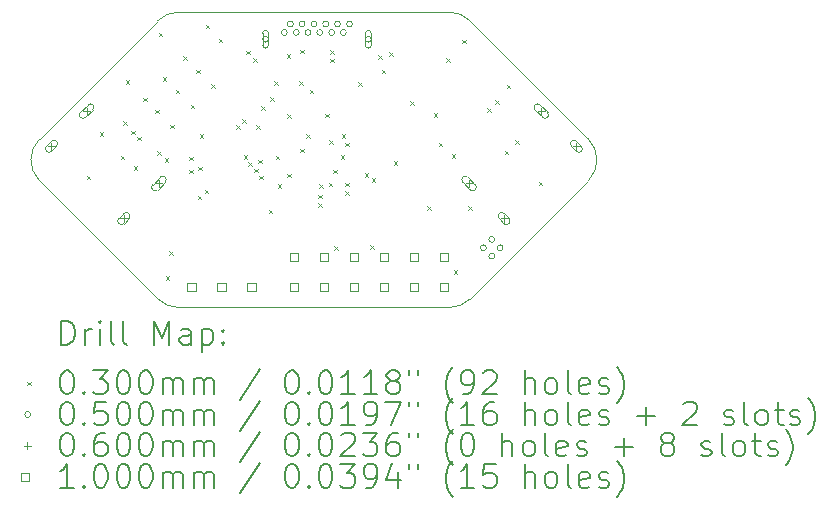
<source format=gbr>
%TF.GenerationSoftware,KiCad,Pcbnew,8.0.4*%
%TF.CreationDate,2024-08-10T17:47:40+02:00*%
%TF.ProjectId,debubo,64656275-626f-42e6-9b69-6361645f7063,0*%
%TF.SameCoordinates,Original*%
%TF.FileFunction,Drillmap*%
%TF.FilePolarity,Positive*%
%FSLAX45Y45*%
G04 Gerber Fmt 4.5, Leading zero omitted, Abs format (unit mm)*
G04 Created by KiCad (PCBNEW 8.0.4) date 2024-08-10 17:47:40*
%MOMM*%
%LPD*%
G01*
G04 APERTURE LIST*
%ADD10C,0.050000*%
%ADD11C,0.200000*%
%ADD12C,0.100000*%
G04 APERTURE END LIST*
D10*
X16473223Y-9776777D02*
X15473223Y-10776777D01*
X15296447Y-8350000D02*
G75*
G02*
X15473221Y-8423226I3J-249980D01*
G01*
X11826777Y-9776777D02*
X12826777Y-10776777D01*
X15473223Y-10776777D02*
G75*
G02*
X15296447Y-10849998I-176773J176777D01*
G01*
X12826777Y-8423223D02*
G75*
G02*
X13003553Y-8350002I176773J-176777D01*
G01*
X11826777Y-9423223D02*
X12826777Y-8423223D01*
X16473223Y-9423223D02*
G75*
G02*
X16473223Y-9776777I-176773J-176777D01*
G01*
X16473223Y-9423223D02*
X15473223Y-8423223D01*
X13003553Y-10850000D02*
G75*
G02*
X12826775Y-10776778I-3J250000D01*
G01*
X13003553Y-10850000D02*
X15296447Y-10850000D01*
X11826777Y-9776777D02*
G75*
G02*
X11826777Y-9423223I176773J176777D01*
G01*
X13003553Y-8350000D02*
X15296447Y-8350000D01*
D11*
D12*
X12225000Y-9735000D02*
X12255000Y-9765000D01*
X12255000Y-9735000D02*
X12225000Y-9765000D01*
X12338330Y-9367947D02*
X12368330Y-9397947D01*
X12368330Y-9367947D02*
X12338330Y-9397947D01*
X12515000Y-9565000D02*
X12545000Y-9595000D01*
X12545000Y-9565000D02*
X12515000Y-9595000D01*
X12535000Y-9275000D02*
X12565000Y-9305000D01*
X12565000Y-9275000D02*
X12535000Y-9305000D01*
X12555000Y-8925000D02*
X12585000Y-8955000D01*
X12585000Y-8925000D02*
X12555000Y-8955000D01*
X12603593Y-9353593D02*
X12633593Y-9383593D01*
X12633593Y-9353593D02*
X12603593Y-9383593D01*
X12625000Y-9655000D02*
X12655000Y-9685000D01*
X12655000Y-9655000D02*
X12625000Y-9685000D01*
X12655000Y-9405000D02*
X12685000Y-9435000D01*
X12685000Y-9405000D02*
X12655000Y-9435000D01*
X12705000Y-9075000D02*
X12735000Y-9105000D01*
X12735000Y-9075000D02*
X12705000Y-9105000D01*
X12805000Y-9177000D02*
X12835000Y-9207000D01*
X12835000Y-9177000D02*
X12805000Y-9207000D01*
X12824679Y-9525894D02*
X12854679Y-9555894D01*
X12854679Y-9525894D02*
X12824679Y-9555894D01*
X12835000Y-8525000D02*
X12865000Y-8555000D01*
X12865000Y-8525000D02*
X12835000Y-8555000D01*
X12869365Y-8900166D02*
X12899365Y-8930166D01*
X12899365Y-8900166D02*
X12869365Y-8930166D01*
X12885000Y-9585000D02*
X12915000Y-9615000D01*
X12915000Y-9585000D02*
X12885000Y-9615000D01*
X12895000Y-10585000D02*
X12925000Y-10615000D01*
X12925000Y-10585000D02*
X12895000Y-10615000D01*
X12925000Y-10375000D02*
X12955000Y-10405000D01*
X12955000Y-10375000D02*
X12925000Y-10405000D01*
X12935000Y-9305000D02*
X12965000Y-9335000D01*
X12965000Y-9305000D02*
X12935000Y-9335000D01*
X12978000Y-9006000D02*
X13008000Y-9036000D01*
X13008000Y-9006000D02*
X12978000Y-9036000D01*
X13045000Y-8725000D02*
X13075000Y-8755000D01*
X13075000Y-8725000D02*
X13045000Y-8755000D01*
X13095000Y-9575000D02*
X13125000Y-9605000D01*
X13125000Y-9575000D02*
X13095000Y-9605000D01*
X13095000Y-9685000D02*
X13125000Y-9715000D01*
X13125000Y-9685000D02*
X13095000Y-9715000D01*
X13105000Y-9135000D02*
X13135000Y-9165000D01*
X13135000Y-9135000D02*
X13105000Y-9165000D01*
X13154000Y-8836000D02*
X13184000Y-8866000D01*
X13184000Y-8836000D02*
X13154000Y-8866000D01*
X13165000Y-9905000D02*
X13195000Y-9935000D01*
X13195000Y-9905000D02*
X13165000Y-9935000D01*
X13172300Y-9657782D02*
X13202300Y-9687782D01*
X13202300Y-9657782D02*
X13172300Y-9687782D01*
X13185000Y-9385000D02*
X13215000Y-9415000D01*
X13215000Y-9385000D02*
X13185000Y-9415000D01*
X13225000Y-9855000D02*
X13255000Y-9885000D01*
X13255000Y-9855000D02*
X13225000Y-9885000D01*
X13235000Y-8455000D02*
X13265000Y-8485000D01*
X13265000Y-8455000D02*
X13235000Y-8485000D01*
X13278398Y-8962190D02*
X13308398Y-8992190D01*
X13308398Y-8962190D02*
X13278398Y-8992190D01*
X13345000Y-8575000D02*
X13375000Y-8605000D01*
X13375000Y-8575000D02*
X13345000Y-8605000D01*
X13490276Y-9305743D02*
X13520276Y-9335743D01*
X13520276Y-9305743D02*
X13490276Y-9335743D01*
X13544708Y-9257551D02*
X13574708Y-9287551D01*
X13574708Y-9257551D02*
X13544708Y-9287551D01*
X13555000Y-9560717D02*
X13585000Y-9590717D01*
X13585000Y-9560717D02*
X13555000Y-9590717D01*
X13575000Y-8675128D02*
X13605000Y-8705128D01*
X13605000Y-8675128D02*
X13575000Y-8705128D01*
X13595776Y-9620906D02*
X13625776Y-9650906D01*
X13625776Y-9620906D02*
X13595776Y-9650906D01*
X13635000Y-8738106D02*
X13665000Y-8768106D01*
X13665000Y-8738106D02*
X13635000Y-8768106D01*
X13644095Y-9675225D02*
X13674095Y-9705225D01*
X13674095Y-9675225D02*
X13644095Y-9705225D01*
X13659347Y-9309347D02*
X13689347Y-9339347D01*
X13689347Y-9309347D02*
X13659347Y-9339347D01*
X13679600Y-9600793D02*
X13709600Y-9630793D01*
X13709600Y-9600793D02*
X13679600Y-9630793D01*
X13685152Y-9735222D02*
X13715152Y-9765222D01*
X13715152Y-9735222D02*
X13685152Y-9765222D01*
X13705000Y-9145000D02*
X13735000Y-9175000D01*
X13735000Y-9145000D02*
X13705000Y-9175000D01*
X13768896Y-10021104D02*
X13798896Y-10051104D01*
X13798896Y-10021104D02*
X13768896Y-10051104D01*
X13779986Y-9070928D02*
X13809986Y-9100928D01*
X13809986Y-9070928D02*
X13779986Y-9100928D01*
X13812357Y-8937134D02*
X13842357Y-8967134D01*
X13842357Y-8937134D02*
X13812357Y-8967134D01*
X13825000Y-9565438D02*
X13855000Y-9595438D01*
X13855000Y-9565438D02*
X13825000Y-9595438D01*
X13845000Y-9805000D02*
X13875000Y-9835000D01*
X13875000Y-9805000D02*
X13845000Y-9835000D01*
X13920000Y-8705000D02*
X13950000Y-8735000D01*
X13950000Y-8705000D02*
X13920000Y-8735000D01*
X13923088Y-9717617D02*
X13953088Y-9747617D01*
X13953088Y-9717617D02*
X13923088Y-9747617D01*
X13925000Y-9215000D02*
X13955000Y-9245000D01*
X13955000Y-9215000D02*
X13925000Y-9245000D01*
X14025000Y-8935000D02*
X14055000Y-8965000D01*
X14055000Y-8935000D02*
X14025000Y-8965000D01*
X14032300Y-8667929D02*
X14062300Y-8697929D01*
X14062300Y-8667929D02*
X14032300Y-8697929D01*
X14035000Y-9505000D02*
X14065000Y-9535000D01*
X14065000Y-9505000D02*
X14035000Y-9535000D01*
X14085653Y-9385653D02*
X14115653Y-9415653D01*
X14115653Y-9385653D02*
X14085653Y-9415653D01*
X14115000Y-9005000D02*
X14145000Y-9035000D01*
X14145000Y-9005000D02*
X14115000Y-9035000D01*
X14185000Y-9895000D02*
X14215000Y-9925000D01*
X14215000Y-9895000D02*
X14185000Y-9925000D01*
X14187277Y-9967665D02*
X14217277Y-9997665D01*
X14217277Y-9967665D02*
X14187277Y-9997665D01*
X14195000Y-9805000D02*
X14225000Y-9835000D01*
X14225000Y-9805000D02*
X14195000Y-9835000D01*
X14245122Y-9209651D02*
X14275122Y-9239651D01*
X14275122Y-9209651D02*
X14245122Y-9239651D01*
X14275000Y-9795000D02*
X14305000Y-9825000D01*
X14305000Y-9795000D02*
X14275000Y-9825000D01*
X14278584Y-9435000D02*
X14308584Y-9465000D01*
X14308584Y-9435000D02*
X14278584Y-9465000D01*
X14287700Y-8742863D02*
X14317700Y-8772863D01*
X14317700Y-8742863D02*
X14287700Y-8772863D01*
X14289806Y-8670194D02*
X14319806Y-8700194D01*
X14319806Y-8670194D02*
X14289806Y-8700194D01*
X14313273Y-9684215D02*
X14343273Y-9714215D01*
X14343273Y-9684215D02*
X14313273Y-9714215D01*
X14323299Y-10330923D02*
X14353299Y-10360923D01*
X14353299Y-10330923D02*
X14323299Y-10360923D01*
X14377924Y-9561171D02*
X14407924Y-9591171D01*
X14407924Y-9561171D02*
X14377924Y-9591171D01*
X14385000Y-9385000D02*
X14415000Y-9415000D01*
X14415000Y-9385000D02*
X14385000Y-9415000D01*
X14413100Y-9795000D02*
X14443100Y-9825000D01*
X14443100Y-9795000D02*
X14413100Y-9825000D01*
X14413100Y-9867700D02*
X14443100Y-9897700D01*
X14443100Y-9867700D02*
X14413100Y-9897700D01*
X14415000Y-9455000D02*
X14445000Y-9485000D01*
X14445000Y-9455000D02*
X14415000Y-9485000D01*
X14525000Y-8945000D02*
X14555000Y-8975000D01*
X14555000Y-8945000D02*
X14525000Y-8975000D01*
X14580922Y-9711943D02*
X14610922Y-9741943D01*
X14610922Y-9711943D02*
X14580922Y-9741943D01*
X14625000Y-10325000D02*
X14655000Y-10355000D01*
X14655000Y-10325000D02*
X14625000Y-10355000D01*
X14637887Y-9757113D02*
X14667887Y-9787113D01*
X14667887Y-9757113D02*
X14637887Y-9787113D01*
X14695000Y-8715000D02*
X14725000Y-8745000D01*
X14725000Y-8715000D02*
X14695000Y-8745000D01*
X14722265Y-8837735D02*
X14752265Y-8867735D01*
X14752265Y-8837735D02*
X14722265Y-8867735D01*
X14787265Y-8687265D02*
X14817265Y-8717265D01*
X14817265Y-8687265D02*
X14787265Y-8717265D01*
X14827227Y-9612906D02*
X14857227Y-9642906D01*
X14857227Y-9612906D02*
X14827227Y-9642906D01*
X14965000Y-9105000D02*
X14995000Y-9135000D01*
X14995000Y-9105000D02*
X14965000Y-9135000D01*
X15107000Y-9995000D02*
X15137000Y-10025000D01*
X15137000Y-9995000D02*
X15107000Y-10025000D01*
X15165000Y-9205000D02*
X15195000Y-9235000D01*
X15195000Y-9205000D02*
X15165000Y-9235000D01*
X15205000Y-9455000D02*
X15235000Y-9485000D01*
X15235000Y-9455000D02*
X15205000Y-9485000D01*
X15270100Y-8738761D02*
X15300100Y-8768761D01*
X15300100Y-8738761D02*
X15270100Y-8768761D01*
X15315000Y-9555000D02*
X15345000Y-9585000D01*
X15345000Y-9555000D02*
X15315000Y-9585000D01*
X15334689Y-10537000D02*
X15364689Y-10567000D01*
X15364689Y-10537000D02*
X15334689Y-10567000D01*
X15407000Y-8584000D02*
X15437000Y-8614000D01*
X15437000Y-8584000D02*
X15407000Y-8614000D01*
X15455000Y-9995000D02*
X15485000Y-10025000D01*
X15485000Y-9995000D02*
X15455000Y-10025000D01*
X15615000Y-9165000D02*
X15645000Y-9195000D01*
X15645000Y-9165000D02*
X15615000Y-9195000D01*
X15685490Y-9094673D02*
X15715490Y-9124673D01*
X15715490Y-9094673D02*
X15685490Y-9124673D01*
X15765000Y-9525000D02*
X15795000Y-9555000D01*
X15795000Y-9525000D02*
X15765000Y-9555000D01*
X15783000Y-8964000D02*
X15813000Y-8994000D01*
X15813000Y-8964000D02*
X15783000Y-8994000D01*
X15856127Y-9436645D02*
X15886127Y-9466645D01*
X15886127Y-9436645D02*
X15856127Y-9466645D01*
X16055000Y-9785000D02*
X16085000Y-9815000D01*
X16085000Y-9785000D02*
X16055000Y-9815000D01*
X13765000Y-8580000D02*
G75*
G02*
X13715000Y-8580000I-25000J0D01*
G01*
X13715000Y-8580000D02*
G75*
G02*
X13765000Y-8580000I25000J0D01*
G01*
X13765000Y-8630000D02*
X13765000Y-8530000D01*
X13715000Y-8530000D02*
G75*
G02*
X13765000Y-8530000I25000J0D01*
G01*
X13715000Y-8530000D02*
X13715000Y-8630000D01*
X13715000Y-8630000D02*
G75*
G03*
X13765000Y-8630000I25000J0D01*
G01*
X13925000Y-8522000D02*
G75*
G02*
X13875000Y-8522000I-25000J0D01*
G01*
X13875000Y-8522000D02*
G75*
G02*
X13925000Y-8522000I25000J0D01*
G01*
X13975000Y-8450000D02*
G75*
G02*
X13925000Y-8450000I-25000J0D01*
G01*
X13925000Y-8450000D02*
G75*
G02*
X13975000Y-8450000I25000J0D01*
G01*
X14025000Y-8522000D02*
G75*
G02*
X13975000Y-8522000I-25000J0D01*
G01*
X13975000Y-8522000D02*
G75*
G02*
X14025000Y-8522000I25000J0D01*
G01*
X14075000Y-8450000D02*
G75*
G02*
X14025000Y-8450000I-25000J0D01*
G01*
X14025000Y-8450000D02*
G75*
G02*
X14075000Y-8450000I25000J0D01*
G01*
X14125000Y-8522000D02*
G75*
G02*
X14075000Y-8522000I-25000J0D01*
G01*
X14075000Y-8522000D02*
G75*
G02*
X14125000Y-8522000I25000J0D01*
G01*
X14175000Y-8450000D02*
G75*
G02*
X14125000Y-8450000I-25000J0D01*
G01*
X14125000Y-8450000D02*
G75*
G02*
X14175000Y-8450000I25000J0D01*
G01*
X14225000Y-8522000D02*
G75*
G02*
X14175000Y-8522000I-25000J0D01*
G01*
X14175000Y-8522000D02*
G75*
G02*
X14225000Y-8522000I25000J0D01*
G01*
X14275000Y-8450000D02*
G75*
G02*
X14225000Y-8450000I-25000J0D01*
G01*
X14225000Y-8450000D02*
G75*
G02*
X14275000Y-8450000I25000J0D01*
G01*
X14325000Y-8522000D02*
G75*
G02*
X14275000Y-8522000I-25000J0D01*
G01*
X14275000Y-8522000D02*
G75*
G02*
X14325000Y-8522000I25000J0D01*
G01*
X14375000Y-8450000D02*
G75*
G02*
X14325000Y-8450000I-25000J0D01*
G01*
X14325000Y-8450000D02*
G75*
G02*
X14375000Y-8450000I25000J0D01*
G01*
X14425000Y-8522000D02*
G75*
G02*
X14375000Y-8522000I-25000J0D01*
G01*
X14375000Y-8522000D02*
G75*
G02*
X14425000Y-8522000I25000J0D01*
G01*
X14475000Y-8450000D02*
G75*
G02*
X14425000Y-8450000I-25000J0D01*
G01*
X14425000Y-8450000D02*
G75*
G02*
X14475000Y-8450000I25000J0D01*
G01*
X14635000Y-8580000D02*
G75*
G02*
X14585000Y-8580000I-25000J0D01*
G01*
X14585000Y-8580000D02*
G75*
G02*
X14635000Y-8580000I25000J0D01*
G01*
X14635000Y-8630000D02*
X14635000Y-8530000D01*
X14585000Y-8530000D02*
G75*
G02*
X14635000Y-8530000I25000J0D01*
G01*
X14585000Y-8530000D02*
X14585000Y-8630000D01*
X14585000Y-8630000D02*
G75*
G03*
X14635000Y-8630000I25000J0D01*
G01*
X15610000Y-10345000D02*
G75*
G02*
X15560000Y-10345000I-25000J0D01*
G01*
X15560000Y-10345000D02*
G75*
G02*
X15610000Y-10345000I25000J0D01*
G01*
X15680711Y-10274289D02*
G75*
G02*
X15630711Y-10274289I-25000J0D01*
G01*
X15630711Y-10274289D02*
G75*
G02*
X15680711Y-10274289I25000J0D01*
G01*
X15680711Y-10415711D02*
G75*
G02*
X15630711Y-10415711I-25000J0D01*
G01*
X15630711Y-10415711D02*
G75*
G02*
X15680711Y-10415711I25000J0D01*
G01*
X15751421Y-10345000D02*
G75*
G02*
X15701421Y-10345000I-25000J0D01*
G01*
X15701421Y-10345000D02*
G75*
G02*
X15751421Y-10345000I25000J0D01*
G01*
X11927986Y-9455367D02*
X11927986Y-9515367D01*
X11897986Y-9485367D02*
X11957986Y-9485367D01*
X11927986Y-9442940D02*
X11885560Y-9485367D01*
X11927986Y-9527793D02*
G75*
G02*
X11885560Y-9485367I-21213J21213D01*
G01*
X11927986Y-9527793D02*
X11970413Y-9485367D01*
X11970413Y-9485367D02*
G75*
G03*
X11927986Y-9442940I-21213J21213D01*
G01*
X12224971Y-9158382D02*
X12224971Y-9218382D01*
X12194971Y-9188382D02*
X12254971Y-9188382D01*
X12235578Y-9135349D02*
X12171938Y-9198988D01*
X12214364Y-9241415D02*
G75*
G02*
X12171938Y-9198988I-21213J21213D01*
G01*
X12214364Y-9241415D02*
X12278004Y-9177775D01*
X12278004Y-9177775D02*
G75*
G03*
X12235578Y-9135349I-21213J21213D01*
G01*
X12539633Y-10067014D02*
X12539633Y-10127014D01*
X12509633Y-10097014D02*
X12569633Y-10097014D01*
X12539633Y-10054587D02*
X12497207Y-10097014D01*
X12539633Y-10139440D02*
G75*
G02*
X12497207Y-10097014I-21213J21213D01*
G01*
X12539633Y-10139440D02*
X12582060Y-10097014D01*
X12582060Y-10097014D02*
G75*
G03*
X12539633Y-10054587I-21213J21213D01*
G01*
X12836618Y-9770029D02*
X12836618Y-9830029D01*
X12806618Y-9800029D02*
X12866618Y-9800029D01*
X12847225Y-9746996D02*
X12783585Y-9810636D01*
X12826012Y-9853062D02*
G75*
G02*
X12783585Y-9810636I-21213J21213D01*
G01*
X12826012Y-9853062D02*
X12889651Y-9789422D01*
X12889651Y-9789422D02*
G75*
G03*
X12847225Y-9746996I-21213J21213D01*
G01*
X15463382Y-9770029D02*
X15463382Y-9830029D01*
X15433382Y-9800029D02*
X15493382Y-9800029D01*
X15410349Y-9789422D02*
X15473988Y-9853062D01*
X15516415Y-9810636D02*
G75*
G02*
X15473988Y-9853062I-21213J-21213D01*
G01*
X15516415Y-9810636D02*
X15452775Y-9746996D01*
X15452775Y-9746996D02*
G75*
G03*
X15410349Y-9789422I-21213J-21213D01*
G01*
X15760366Y-10067014D02*
X15760366Y-10127014D01*
X15730366Y-10097014D02*
X15790366Y-10097014D01*
X15717940Y-10097014D02*
X15760366Y-10139440D01*
X15802793Y-10097014D02*
G75*
G02*
X15760366Y-10139440I-21213J-21213D01*
G01*
X15802793Y-10097014D02*
X15760366Y-10054587D01*
X15760366Y-10054587D02*
G75*
G03*
X15717940Y-10097014I-21213J-21213D01*
G01*
X16075029Y-9158382D02*
X16075029Y-9218382D01*
X16045029Y-9188382D02*
X16105029Y-9188382D01*
X16021996Y-9177775D02*
X16085636Y-9241415D01*
X16128062Y-9198988D02*
G75*
G02*
X16085636Y-9241415I-21213J-21213D01*
G01*
X16128062Y-9198988D02*
X16064422Y-9135349D01*
X16064422Y-9135349D02*
G75*
G03*
X16021996Y-9177775I-21213J-21213D01*
G01*
X16372014Y-9455367D02*
X16372014Y-9515367D01*
X16342014Y-9485367D02*
X16402014Y-9485367D01*
X16329587Y-9485367D02*
X16372014Y-9527793D01*
X16414440Y-9485367D02*
G75*
G02*
X16372014Y-9527793I-21213J-21213D01*
G01*
X16414440Y-9485367D02*
X16372014Y-9442940D01*
X16372014Y-9442940D02*
G75*
G03*
X16329587Y-9485367I-21213J-21213D01*
G01*
X13149856Y-10710356D02*
X13149856Y-10639644D01*
X13079144Y-10639644D01*
X13079144Y-10710356D01*
X13149856Y-10710356D01*
X13403856Y-10710356D02*
X13403856Y-10639644D01*
X13333144Y-10639644D01*
X13333144Y-10710356D01*
X13403856Y-10710356D01*
X13657856Y-10710356D02*
X13657856Y-10639644D01*
X13587144Y-10639644D01*
X13587144Y-10710356D01*
X13657856Y-10710356D01*
X14016356Y-10456356D02*
X14016356Y-10385644D01*
X13945644Y-10385644D01*
X13945644Y-10456356D01*
X14016356Y-10456356D01*
X14016356Y-10710356D02*
X14016356Y-10639644D01*
X13945644Y-10639644D01*
X13945644Y-10710356D01*
X14016356Y-10710356D01*
X14270356Y-10456356D02*
X14270356Y-10385644D01*
X14199644Y-10385644D01*
X14199644Y-10456356D01*
X14270356Y-10456356D01*
X14270356Y-10710356D02*
X14270356Y-10639644D01*
X14199644Y-10639644D01*
X14199644Y-10710356D01*
X14270356Y-10710356D01*
X14524356Y-10456356D02*
X14524356Y-10385644D01*
X14453644Y-10385644D01*
X14453644Y-10456356D01*
X14524356Y-10456356D01*
X14524356Y-10710356D02*
X14524356Y-10639644D01*
X14453644Y-10639644D01*
X14453644Y-10710356D01*
X14524356Y-10710356D01*
X14778356Y-10456356D02*
X14778356Y-10385644D01*
X14707644Y-10385644D01*
X14707644Y-10456356D01*
X14778356Y-10456356D01*
X14778356Y-10710356D02*
X14778356Y-10639644D01*
X14707644Y-10639644D01*
X14707644Y-10710356D01*
X14778356Y-10710356D01*
X15032356Y-10456356D02*
X15032356Y-10385644D01*
X14961644Y-10385644D01*
X14961644Y-10456356D01*
X15032356Y-10456356D01*
X15032356Y-10710356D02*
X15032356Y-10639644D01*
X14961644Y-10639644D01*
X14961644Y-10710356D01*
X15032356Y-10710356D01*
X15286356Y-10456356D02*
X15286356Y-10385644D01*
X15215644Y-10385644D01*
X15215644Y-10456356D01*
X15286356Y-10456356D01*
X15286356Y-10710356D02*
X15286356Y-10639644D01*
X15215644Y-10639644D01*
X15215644Y-10710356D01*
X15286356Y-10710356D01*
D11*
X12011829Y-11163984D02*
X12011829Y-10963984D01*
X12011829Y-10963984D02*
X12059448Y-10963984D01*
X12059448Y-10963984D02*
X12088020Y-10973508D01*
X12088020Y-10973508D02*
X12107067Y-10992555D01*
X12107067Y-10992555D02*
X12116591Y-11011603D01*
X12116591Y-11011603D02*
X12126115Y-11049698D01*
X12126115Y-11049698D02*
X12126115Y-11078270D01*
X12126115Y-11078270D02*
X12116591Y-11116365D01*
X12116591Y-11116365D02*
X12107067Y-11135412D01*
X12107067Y-11135412D02*
X12088020Y-11154460D01*
X12088020Y-11154460D02*
X12059448Y-11163984D01*
X12059448Y-11163984D02*
X12011829Y-11163984D01*
X12211829Y-11163984D02*
X12211829Y-11030650D01*
X12211829Y-11068746D02*
X12221353Y-11049698D01*
X12221353Y-11049698D02*
X12230877Y-11040174D01*
X12230877Y-11040174D02*
X12249924Y-11030650D01*
X12249924Y-11030650D02*
X12268972Y-11030650D01*
X12335639Y-11163984D02*
X12335639Y-11030650D01*
X12335639Y-10963984D02*
X12326115Y-10973508D01*
X12326115Y-10973508D02*
X12335639Y-10983031D01*
X12335639Y-10983031D02*
X12345162Y-10973508D01*
X12345162Y-10973508D02*
X12335639Y-10963984D01*
X12335639Y-10963984D02*
X12335639Y-10983031D01*
X12459448Y-11163984D02*
X12440401Y-11154460D01*
X12440401Y-11154460D02*
X12430877Y-11135412D01*
X12430877Y-11135412D02*
X12430877Y-10963984D01*
X12564210Y-11163984D02*
X12545162Y-11154460D01*
X12545162Y-11154460D02*
X12535639Y-11135412D01*
X12535639Y-11135412D02*
X12535639Y-10963984D01*
X12792782Y-11163984D02*
X12792782Y-10963984D01*
X12792782Y-10963984D02*
X12859448Y-11106841D01*
X12859448Y-11106841D02*
X12926115Y-10963984D01*
X12926115Y-10963984D02*
X12926115Y-11163984D01*
X13107067Y-11163984D02*
X13107067Y-11059222D01*
X13107067Y-11059222D02*
X13097543Y-11040174D01*
X13097543Y-11040174D02*
X13078496Y-11030650D01*
X13078496Y-11030650D02*
X13040401Y-11030650D01*
X13040401Y-11030650D02*
X13021353Y-11040174D01*
X13107067Y-11154460D02*
X13088020Y-11163984D01*
X13088020Y-11163984D02*
X13040401Y-11163984D01*
X13040401Y-11163984D02*
X13021353Y-11154460D01*
X13021353Y-11154460D02*
X13011829Y-11135412D01*
X13011829Y-11135412D02*
X13011829Y-11116365D01*
X13011829Y-11116365D02*
X13021353Y-11097317D01*
X13021353Y-11097317D02*
X13040401Y-11087793D01*
X13040401Y-11087793D02*
X13088020Y-11087793D01*
X13088020Y-11087793D02*
X13107067Y-11078270D01*
X13202305Y-11030650D02*
X13202305Y-11230650D01*
X13202305Y-11040174D02*
X13221353Y-11030650D01*
X13221353Y-11030650D02*
X13259448Y-11030650D01*
X13259448Y-11030650D02*
X13278496Y-11040174D01*
X13278496Y-11040174D02*
X13288020Y-11049698D01*
X13288020Y-11049698D02*
X13297543Y-11068746D01*
X13297543Y-11068746D02*
X13297543Y-11125889D01*
X13297543Y-11125889D02*
X13288020Y-11144936D01*
X13288020Y-11144936D02*
X13278496Y-11154460D01*
X13278496Y-11154460D02*
X13259448Y-11163984D01*
X13259448Y-11163984D02*
X13221353Y-11163984D01*
X13221353Y-11163984D02*
X13202305Y-11154460D01*
X13383258Y-11144936D02*
X13392782Y-11154460D01*
X13392782Y-11154460D02*
X13383258Y-11163984D01*
X13383258Y-11163984D02*
X13373734Y-11154460D01*
X13373734Y-11154460D02*
X13383258Y-11144936D01*
X13383258Y-11144936D02*
X13383258Y-11163984D01*
X13383258Y-11040174D02*
X13392782Y-11049698D01*
X13392782Y-11049698D02*
X13383258Y-11059222D01*
X13383258Y-11059222D02*
X13373734Y-11049698D01*
X13373734Y-11049698D02*
X13383258Y-11040174D01*
X13383258Y-11040174D02*
X13383258Y-11059222D01*
D12*
X11721052Y-11477500D02*
X11751052Y-11507500D01*
X11751052Y-11477500D02*
X11721052Y-11507500D01*
D11*
X12049924Y-11383984D02*
X12068972Y-11383984D01*
X12068972Y-11383984D02*
X12088020Y-11393508D01*
X12088020Y-11393508D02*
X12097543Y-11403031D01*
X12097543Y-11403031D02*
X12107067Y-11422079D01*
X12107067Y-11422079D02*
X12116591Y-11460174D01*
X12116591Y-11460174D02*
X12116591Y-11507793D01*
X12116591Y-11507793D02*
X12107067Y-11545888D01*
X12107067Y-11545888D02*
X12097543Y-11564936D01*
X12097543Y-11564936D02*
X12088020Y-11574460D01*
X12088020Y-11574460D02*
X12068972Y-11583984D01*
X12068972Y-11583984D02*
X12049924Y-11583984D01*
X12049924Y-11583984D02*
X12030877Y-11574460D01*
X12030877Y-11574460D02*
X12021353Y-11564936D01*
X12021353Y-11564936D02*
X12011829Y-11545888D01*
X12011829Y-11545888D02*
X12002305Y-11507793D01*
X12002305Y-11507793D02*
X12002305Y-11460174D01*
X12002305Y-11460174D02*
X12011829Y-11422079D01*
X12011829Y-11422079D02*
X12021353Y-11403031D01*
X12021353Y-11403031D02*
X12030877Y-11393508D01*
X12030877Y-11393508D02*
X12049924Y-11383984D01*
X12202305Y-11564936D02*
X12211829Y-11574460D01*
X12211829Y-11574460D02*
X12202305Y-11583984D01*
X12202305Y-11583984D02*
X12192782Y-11574460D01*
X12192782Y-11574460D02*
X12202305Y-11564936D01*
X12202305Y-11564936D02*
X12202305Y-11583984D01*
X12278496Y-11383984D02*
X12402305Y-11383984D01*
X12402305Y-11383984D02*
X12335639Y-11460174D01*
X12335639Y-11460174D02*
X12364210Y-11460174D01*
X12364210Y-11460174D02*
X12383258Y-11469698D01*
X12383258Y-11469698D02*
X12392782Y-11479222D01*
X12392782Y-11479222D02*
X12402305Y-11498269D01*
X12402305Y-11498269D02*
X12402305Y-11545888D01*
X12402305Y-11545888D02*
X12392782Y-11564936D01*
X12392782Y-11564936D02*
X12383258Y-11574460D01*
X12383258Y-11574460D02*
X12364210Y-11583984D01*
X12364210Y-11583984D02*
X12307067Y-11583984D01*
X12307067Y-11583984D02*
X12288020Y-11574460D01*
X12288020Y-11574460D02*
X12278496Y-11564936D01*
X12526115Y-11383984D02*
X12545163Y-11383984D01*
X12545163Y-11383984D02*
X12564210Y-11393508D01*
X12564210Y-11393508D02*
X12573734Y-11403031D01*
X12573734Y-11403031D02*
X12583258Y-11422079D01*
X12583258Y-11422079D02*
X12592782Y-11460174D01*
X12592782Y-11460174D02*
X12592782Y-11507793D01*
X12592782Y-11507793D02*
X12583258Y-11545888D01*
X12583258Y-11545888D02*
X12573734Y-11564936D01*
X12573734Y-11564936D02*
X12564210Y-11574460D01*
X12564210Y-11574460D02*
X12545163Y-11583984D01*
X12545163Y-11583984D02*
X12526115Y-11583984D01*
X12526115Y-11583984D02*
X12507067Y-11574460D01*
X12507067Y-11574460D02*
X12497543Y-11564936D01*
X12497543Y-11564936D02*
X12488020Y-11545888D01*
X12488020Y-11545888D02*
X12478496Y-11507793D01*
X12478496Y-11507793D02*
X12478496Y-11460174D01*
X12478496Y-11460174D02*
X12488020Y-11422079D01*
X12488020Y-11422079D02*
X12497543Y-11403031D01*
X12497543Y-11403031D02*
X12507067Y-11393508D01*
X12507067Y-11393508D02*
X12526115Y-11383984D01*
X12716591Y-11383984D02*
X12735639Y-11383984D01*
X12735639Y-11383984D02*
X12754686Y-11393508D01*
X12754686Y-11393508D02*
X12764210Y-11403031D01*
X12764210Y-11403031D02*
X12773734Y-11422079D01*
X12773734Y-11422079D02*
X12783258Y-11460174D01*
X12783258Y-11460174D02*
X12783258Y-11507793D01*
X12783258Y-11507793D02*
X12773734Y-11545888D01*
X12773734Y-11545888D02*
X12764210Y-11564936D01*
X12764210Y-11564936D02*
X12754686Y-11574460D01*
X12754686Y-11574460D02*
X12735639Y-11583984D01*
X12735639Y-11583984D02*
X12716591Y-11583984D01*
X12716591Y-11583984D02*
X12697543Y-11574460D01*
X12697543Y-11574460D02*
X12688020Y-11564936D01*
X12688020Y-11564936D02*
X12678496Y-11545888D01*
X12678496Y-11545888D02*
X12668972Y-11507793D01*
X12668972Y-11507793D02*
X12668972Y-11460174D01*
X12668972Y-11460174D02*
X12678496Y-11422079D01*
X12678496Y-11422079D02*
X12688020Y-11403031D01*
X12688020Y-11403031D02*
X12697543Y-11393508D01*
X12697543Y-11393508D02*
X12716591Y-11383984D01*
X12868972Y-11583984D02*
X12868972Y-11450650D01*
X12868972Y-11469698D02*
X12878496Y-11460174D01*
X12878496Y-11460174D02*
X12897543Y-11450650D01*
X12897543Y-11450650D02*
X12926115Y-11450650D01*
X12926115Y-11450650D02*
X12945163Y-11460174D01*
X12945163Y-11460174D02*
X12954686Y-11479222D01*
X12954686Y-11479222D02*
X12954686Y-11583984D01*
X12954686Y-11479222D02*
X12964210Y-11460174D01*
X12964210Y-11460174D02*
X12983258Y-11450650D01*
X12983258Y-11450650D02*
X13011829Y-11450650D01*
X13011829Y-11450650D02*
X13030877Y-11460174D01*
X13030877Y-11460174D02*
X13040401Y-11479222D01*
X13040401Y-11479222D02*
X13040401Y-11583984D01*
X13135639Y-11583984D02*
X13135639Y-11450650D01*
X13135639Y-11469698D02*
X13145163Y-11460174D01*
X13145163Y-11460174D02*
X13164210Y-11450650D01*
X13164210Y-11450650D02*
X13192782Y-11450650D01*
X13192782Y-11450650D02*
X13211829Y-11460174D01*
X13211829Y-11460174D02*
X13221353Y-11479222D01*
X13221353Y-11479222D02*
X13221353Y-11583984D01*
X13221353Y-11479222D02*
X13230877Y-11460174D01*
X13230877Y-11460174D02*
X13249924Y-11450650D01*
X13249924Y-11450650D02*
X13278496Y-11450650D01*
X13278496Y-11450650D02*
X13297544Y-11460174D01*
X13297544Y-11460174D02*
X13307067Y-11479222D01*
X13307067Y-11479222D02*
X13307067Y-11583984D01*
X13697544Y-11374460D02*
X13526115Y-11631603D01*
X13954686Y-11383984D02*
X13973734Y-11383984D01*
X13973734Y-11383984D02*
X13992782Y-11393508D01*
X13992782Y-11393508D02*
X14002306Y-11403031D01*
X14002306Y-11403031D02*
X14011829Y-11422079D01*
X14011829Y-11422079D02*
X14021353Y-11460174D01*
X14021353Y-11460174D02*
X14021353Y-11507793D01*
X14021353Y-11507793D02*
X14011829Y-11545888D01*
X14011829Y-11545888D02*
X14002306Y-11564936D01*
X14002306Y-11564936D02*
X13992782Y-11574460D01*
X13992782Y-11574460D02*
X13973734Y-11583984D01*
X13973734Y-11583984D02*
X13954686Y-11583984D01*
X13954686Y-11583984D02*
X13935639Y-11574460D01*
X13935639Y-11574460D02*
X13926115Y-11564936D01*
X13926115Y-11564936D02*
X13916591Y-11545888D01*
X13916591Y-11545888D02*
X13907067Y-11507793D01*
X13907067Y-11507793D02*
X13907067Y-11460174D01*
X13907067Y-11460174D02*
X13916591Y-11422079D01*
X13916591Y-11422079D02*
X13926115Y-11403031D01*
X13926115Y-11403031D02*
X13935639Y-11393508D01*
X13935639Y-11393508D02*
X13954686Y-11383984D01*
X14107067Y-11564936D02*
X14116591Y-11574460D01*
X14116591Y-11574460D02*
X14107067Y-11583984D01*
X14107067Y-11583984D02*
X14097544Y-11574460D01*
X14097544Y-11574460D02*
X14107067Y-11564936D01*
X14107067Y-11564936D02*
X14107067Y-11583984D01*
X14240401Y-11383984D02*
X14259448Y-11383984D01*
X14259448Y-11383984D02*
X14278496Y-11393508D01*
X14278496Y-11393508D02*
X14288020Y-11403031D01*
X14288020Y-11403031D02*
X14297544Y-11422079D01*
X14297544Y-11422079D02*
X14307067Y-11460174D01*
X14307067Y-11460174D02*
X14307067Y-11507793D01*
X14307067Y-11507793D02*
X14297544Y-11545888D01*
X14297544Y-11545888D02*
X14288020Y-11564936D01*
X14288020Y-11564936D02*
X14278496Y-11574460D01*
X14278496Y-11574460D02*
X14259448Y-11583984D01*
X14259448Y-11583984D02*
X14240401Y-11583984D01*
X14240401Y-11583984D02*
X14221353Y-11574460D01*
X14221353Y-11574460D02*
X14211829Y-11564936D01*
X14211829Y-11564936D02*
X14202306Y-11545888D01*
X14202306Y-11545888D02*
X14192782Y-11507793D01*
X14192782Y-11507793D02*
X14192782Y-11460174D01*
X14192782Y-11460174D02*
X14202306Y-11422079D01*
X14202306Y-11422079D02*
X14211829Y-11403031D01*
X14211829Y-11403031D02*
X14221353Y-11393508D01*
X14221353Y-11393508D02*
X14240401Y-11383984D01*
X14497544Y-11583984D02*
X14383258Y-11583984D01*
X14440401Y-11583984D02*
X14440401Y-11383984D01*
X14440401Y-11383984D02*
X14421353Y-11412555D01*
X14421353Y-11412555D02*
X14402306Y-11431603D01*
X14402306Y-11431603D02*
X14383258Y-11441127D01*
X14688020Y-11583984D02*
X14573734Y-11583984D01*
X14630877Y-11583984D02*
X14630877Y-11383984D01*
X14630877Y-11383984D02*
X14611829Y-11412555D01*
X14611829Y-11412555D02*
X14592782Y-11431603D01*
X14592782Y-11431603D02*
X14573734Y-11441127D01*
X14802306Y-11469698D02*
X14783258Y-11460174D01*
X14783258Y-11460174D02*
X14773734Y-11450650D01*
X14773734Y-11450650D02*
X14764210Y-11431603D01*
X14764210Y-11431603D02*
X14764210Y-11422079D01*
X14764210Y-11422079D02*
X14773734Y-11403031D01*
X14773734Y-11403031D02*
X14783258Y-11393508D01*
X14783258Y-11393508D02*
X14802306Y-11383984D01*
X14802306Y-11383984D02*
X14840401Y-11383984D01*
X14840401Y-11383984D02*
X14859448Y-11393508D01*
X14859448Y-11393508D02*
X14868972Y-11403031D01*
X14868972Y-11403031D02*
X14878496Y-11422079D01*
X14878496Y-11422079D02*
X14878496Y-11431603D01*
X14878496Y-11431603D02*
X14868972Y-11450650D01*
X14868972Y-11450650D02*
X14859448Y-11460174D01*
X14859448Y-11460174D02*
X14840401Y-11469698D01*
X14840401Y-11469698D02*
X14802306Y-11469698D01*
X14802306Y-11469698D02*
X14783258Y-11479222D01*
X14783258Y-11479222D02*
X14773734Y-11488746D01*
X14773734Y-11488746D02*
X14764210Y-11507793D01*
X14764210Y-11507793D02*
X14764210Y-11545888D01*
X14764210Y-11545888D02*
X14773734Y-11564936D01*
X14773734Y-11564936D02*
X14783258Y-11574460D01*
X14783258Y-11574460D02*
X14802306Y-11583984D01*
X14802306Y-11583984D02*
X14840401Y-11583984D01*
X14840401Y-11583984D02*
X14859448Y-11574460D01*
X14859448Y-11574460D02*
X14868972Y-11564936D01*
X14868972Y-11564936D02*
X14878496Y-11545888D01*
X14878496Y-11545888D02*
X14878496Y-11507793D01*
X14878496Y-11507793D02*
X14868972Y-11488746D01*
X14868972Y-11488746D02*
X14859448Y-11479222D01*
X14859448Y-11479222D02*
X14840401Y-11469698D01*
X14954687Y-11383984D02*
X14954687Y-11422079D01*
X15030877Y-11383984D02*
X15030877Y-11422079D01*
X15326115Y-11660174D02*
X15316591Y-11650650D01*
X15316591Y-11650650D02*
X15297544Y-11622079D01*
X15297544Y-11622079D02*
X15288020Y-11603031D01*
X15288020Y-11603031D02*
X15278496Y-11574460D01*
X15278496Y-11574460D02*
X15268972Y-11526841D01*
X15268972Y-11526841D02*
X15268972Y-11488746D01*
X15268972Y-11488746D02*
X15278496Y-11441127D01*
X15278496Y-11441127D02*
X15288020Y-11412555D01*
X15288020Y-11412555D02*
X15297544Y-11393508D01*
X15297544Y-11393508D02*
X15316591Y-11364936D01*
X15316591Y-11364936D02*
X15326115Y-11355412D01*
X15411829Y-11583984D02*
X15449925Y-11583984D01*
X15449925Y-11583984D02*
X15468972Y-11574460D01*
X15468972Y-11574460D02*
X15478496Y-11564936D01*
X15478496Y-11564936D02*
X15497544Y-11536365D01*
X15497544Y-11536365D02*
X15507068Y-11498269D01*
X15507068Y-11498269D02*
X15507068Y-11422079D01*
X15507068Y-11422079D02*
X15497544Y-11403031D01*
X15497544Y-11403031D02*
X15488020Y-11393508D01*
X15488020Y-11393508D02*
X15468972Y-11383984D01*
X15468972Y-11383984D02*
X15430877Y-11383984D01*
X15430877Y-11383984D02*
X15411829Y-11393508D01*
X15411829Y-11393508D02*
X15402306Y-11403031D01*
X15402306Y-11403031D02*
X15392782Y-11422079D01*
X15392782Y-11422079D02*
X15392782Y-11469698D01*
X15392782Y-11469698D02*
X15402306Y-11488746D01*
X15402306Y-11488746D02*
X15411829Y-11498269D01*
X15411829Y-11498269D02*
X15430877Y-11507793D01*
X15430877Y-11507793D02*
X15468972Y-11507793D01*
X15468972Y-11507793D02*
X15488020Y-11498269D01*
X15488020Y-11498269D02*
X15497544Y-11488746D01*
X15497544Y-11488746D02*
X15507068Y-11469698D01*
X15583258Y-11403031D02*
X15592782Y-11393508D01*
X15592782Y-11393508D02*
X15611829Y-11383984D01*
X15611829Y-11383984D02*
X15659449Y-11383984D01*
X15659449Y-11383984D02*
X15678496Y-11393508D01*
X15678496Y-11393508D02*
X15688020Y-11403031D01*
X15688020Y-11403031D02*
X15697544Y-11422079D01*
X15697544Y-11422079D02*
X15697544Y-11441127D01*
X15697544Y-11441127D02*
X15688020Y-11469698D01*
X15688020Y-11469698D02*
X15573734Y-11583984D01*
X15573734Y-11583984D02*
X15697544Y-11583984D01*
X15935639Y-11583984D02*
X15935639Y-11383984D01*
X16021353Y-11583984D02*
X16021353Y-11479222D01*
X16021353Y-11479222D02*
X16011830Y-11460174D01*
X16011830Y-11460174D02*
X15992782Y-11450650D01*
X15992782Y-11450650D02*
X15964210Y-11450650D01*
X15964210Y-11450650D02*
X15945163Y-11460174D01*
X15945163Y-11460174D02*
X15935639Y-11469698D01*
X16145163Y-11583984D02*
X16126115Y-11574460D01*
X16126115Y-11574460D02*
X16116591Y-11564936D01*
X16116591Y-11564936D02*
X16107068Y-11545888D01*
X16107068Y-11545888D02*
X16107068Y-11488746D01*
X16107068Y-11488746D02*
X16116591Y-11469698D01*
X16116591Y-11469698D02*
X16126115Y-11460174D01*
X16126115Y-11460174D02*
X16145163Y-11450650D01*
X16145163Y-11450650D02*
X16173734Y-11450650D01*
X16173734Y-11450650D02*
X16192782Y-11460174D01*
X16192782Y-11460174D02*
X16202306Y-11469698D01*
X16202306Y-11469698D02*
X16211830Y-11488746D01*
X16211830Y-11488746D02*
X16211830Y-11545888D01*
X16211830Y-11545888D02*
X16202306Y-11564936D01*
X16202306Y-11564936D02*
X16192782Y-11574460D01*
X16192782Y-11574460D02*
X16173734Y-11583984D01*
X16173734Y-11583984D02*
X16145163Y-11583984D01*
X16326115Y-11583984D02*
X16307068Y-11574460D01*
X16307068Y-11574460D02*
X16297544Y-11555412D01*
X16297544Y-11555412D02*
X16297544Y-11383984D01*
X16478496Y-11574460D02*
X16459449Y-11583984D01*
X16459449Y-11583984D02*
X16421353Y-11583984D01*
X16421353Y-11583984D02*
X16402306Y-11574460D01*
X16402306Y-11574460D02*
X16392782Y-11555412D01*
X16392782Y-11555412D02*
X16392782Y-11479222D01*
X16392782Y-11479222D02*
X16402306Y-11460174D01*
X16402306Y-11460174D02*
X16421353Y-11450650D01*
X16421353Y-11450650D02*
X16459449Y-11450650D01*
X16459449Y-11450650D02*
X16478496Y-11460174D01*
X16478496Y-11460174D02*
X16488020Y-11479222D01*
X16488020Y-11479222D02*
X16488020Y-11498269D01*
X16488020Y-11498269D02*
X16392782Y-11517317D01*
X16564211Y-11574460D02*
X16583258Y-11583984D01*
X16583258Y-11583984D02*
X16621353Y-11583984D01*
X16621353Y-11583984D02*
X16640401Y-11574460D01*
X16640401Y-11574460D02*
X16649925Y-11555412D01*
X16649925Y-11555412D02*
X16649925Y-11545888D01*
X16649925Y-11545888D02*
X16640401Y-11526841D01*
X16640401Y-11526841D02*
X16621353Y-11517317D01*
X16621353Y-11517317D02*
X16592782Y-11517317D01*
X16592782Y-11517317D02*
X16573734Y-11507793D01*
X16573734Y-11507793D02*
X16564211Y-11488746D01*
X16564211Y-11488746D02*
X16564211Y-11479222D01*
X16564211Y-11479222D02*
X16573734Y-11460174D01*
X16573734Y-11460174D02*
X16592782Y-11450650D01*
X16592782Y-11450650D02*
X16621353Y-11450650D01*
X16621353Y-11450650D02*
X16640401Y-11460174D01*
X16716592Y-11660174D02*
X16726115Y-11650650D01*
X16726115Y-11650650D02*
X16745163Y-11622079D01*
X16745163Y-11622079D02*
X16754687Y-11603031D01*
X16754687Y-11603031D02*
X16764211Y-11574460D01*
X16764211Y-11574460D02*
X16773734Y-11526841D01*
X16773734Y-11526841D02*
X16773734Y-11488746D01*
X16773734Y-11488746D02*
X16764211Y-11441127D01*
X16764211Y-11441127D02*
X16754687Y-11412555D01*
X16754687Y-11412555D02*
X16745163Y-11393508D01*
X16745163Y-11393508D02*
X16726115Y-11364936D01*
X16726115Y-11364936D02*
X16716592Y-11355412D01*
D12*
X11751052Y-11756500D02*
G75*
G02*
X11701052Y-11756500I-25000J0D01*
G01*
X11701052Y-11756500D02*
G75*
G02*
X11751052Y-11756500I25000J0D01*
G01*
D11*
X12049924Y-11647984D02*
X12068972Y-11647984D01*
X12068972Y-11647984D02*
X12088020Y-11657508D01*
X12088020Y-11657508D02*
X12097543Y-11667031D01*
X12097543Y-11667031D02*
X12107067Y-11686079D01*
X12107067Y-11686079D02*
X12116591Y-11724174D01*
X12116591Y-11724174D02*
X12116591Y-11771793D01*
X12116591Y-11771793D02*
X12107067Y-11809888D01*
X12107067Y-11809888D02*
X12097543Y-11828936D01*
X12097543Y-11828936D02*
X12088020Y-11838460D01*
X12088020Y-11838460D02*
X12068972Y-11847984D01*
X12068972Y-11847984D02*
X12049924Y-11847984D01*
X12049924Y-11847984D02*
X12030877Y-11838460D01*
X12030877Y-11838460D02*
X12021353Y-11828936D01*
X12021353Y-11828936D02*
X12011829Y-11809888D01*
X12011829Y-11809888D02*
X12002305Y-11771793D01*
X12002305Y-11771793D02*
X12002305Y-11724174D01*
X12002305Y-11724174D02*
X12011829Y-11686079D01*
X12011829Y-11686079D02*
X12021353Y-11667031D01*
X12021353Y-11667031D02*
X12030877Y-11657508D01*
X12030877Y-11657508D02*
X12049924Y-11647984D01*
X12202305Y-11828936D02*
X12211829Y-11838460D01*
X12211829Y-11838460D02*
X12202305Y-11847984D01*
X12202305Y-11847984D02*
X12192782Y-11838460D01*
X12192782Y-11838460D02*
X12202305Y-11828936D01*
X12202305Y-11828936D02*
X12202305Y-11847984D01*
X12392782Y-11647984D02*
X12297543Y-11647984D01*
X12297543Y-11647984D02*
X12288020Y-11743222D01*
X12288020Y-11743222D02*
X12297543Y-11733698D01*
X12297543Y-11733698D02*
X12316591Y-11724174D01*
X12316591Y-11724174D02*
X12364210Y-11724174D01*
X12364210Y-11724174D02*
X12383258Y-11733698D01*
X12383258Y-11733698D02*
X12392782Y-11743222D01*
X12392782Y-11743222D02*
X12402305Y-11762269D01*
X12402305Y-11762269D02*
X12402305Y-11809888D01*
X12402305Y-11809888D02*
X12392782Y-11828936D01*
X12392782Y-11828936D02*
X12383258Y-11838460D01*
X12383258Y-11838460D02*
X12364210Y-11847984D01*
X12364210Y-11847984D02*
X12316591Y-11847984D01*
X12316591Y-11847984D02*
X12297543Y-11838460D01*
X12297543Y-11838460D02*
X12288020Y-11828936D01*
X12526115Y-11647984D02*
X12545163Y-11647984D01*
X12545163Y-11647984D02*
X12564210Y-11657508D01*
X12564210Y-11657508D02*
X12573734Y-11667031D01*
X12573734Y-11667031D02*
X12583258Y-11686079D01*
X12583258Y-11686079D02*
X12592782Y-11724174D01*
X12592782Y-11724174D02*
X12592782Y-11771793D01*
X12592782Y-11771793D02*
X12583258Y-11809888D01*
X12583258Y-11809888D02*
X12573734Y-11828936D01*
X12573734Y-11828936D02*
X12564210Y-11838460D01*
X12564210Y-11838460D02*
X12545163Y-11847984D01*
X12545163Y-11847984D02*
X12526115Y-11847984D01*
X12526115Y-11847984D02*
X12507067Y-11838460D01*
X12507067Y-11838460D02*
X12497543Y-11828936D01*
X12497543Y-11828936D02*
X12488020Y-11809888D01*
X12488020Y-11809888D02*
X12478496Y-11771793D01*
X12478496Y-11771793D02*
X12478496Y-11724174D01*
X12478496Y-11724174D02*
X12488020Y-11686079D01*
X12488020Y-11686079D02*
X12497543Y-11667031D01*
X12497543Y-11667031D02*
X12507067Y-11657508D01*
X12507067Y-11657508D02*
X12526115Y-11647984D01*
X12716591Y-11647984D02*
X12735639Y-11647984D01*
X12735639Y-11647984D02*
X12754686Y-11657508D01*
X12754686Y-11657508D02*
X12764210Y-11667031D01*
X12764210Y-11667031D02*
X12773734Y-11686079D01*
X12773734Y-11686079D02*
X12783258Y-11724174D01*
X12783258Y-11724174D02*
X12783258Y-11771793D01*
X12783258Y-11771793D02*
X12773734Y-11809888D01*
X12773734Y-11809888D02*
X12764210Y-11828936D01*
X12764210Y-11828936D02*
X12754686Y-11838460D01*
X12754686Y-11838460D02*
X12735639Y-11847984D01*
X12735639Y-11847984D02*
X12716591Y-11847984D01*
X12716591Y-11847984D02*
X12697543Y-11838460D01*
X12697543Y-11838460D02*
X12688020Y-11828936D01*
X12688020Y-11828936D02*
X12678496Y-11809888D01*
X12678496Y-11809888D02*
X12668972Y-11771793D01*
X12668972Y-11771793D02*
X12668972Y-11724174D01*
X12668972Y-11724174D02*
X12678496Y-11686079D01*
X12678496Y-11686079D02*
X12688020Y-11667031D01*
X12688020Y-11667031D02*
X12697543Y-11657508D01*
X12697543Y-11657508D02*
X12716591Y-11647984D01*
X12868972Y-11847984D02*
X12868972Y-11714650D01*
X12868972Y-11733698D02*
X12878496Y-11724174D01*
X12878496Y-11724174D02*
X12897543Y-11714650D01*
X12897543Y-11714650D02*
X12926115Y-11714650D01*
X12926115Y-11714650D02*
X12945163Y-11724174D01*
X12945163Y-11724174D02*
X12954686Y-11743222D01*
X12954686Y-11743222D02*
X12954686Y-11847984D01*
X12954686Y-11743222D02*
X12964210Y-11724174D01*
X12964210Y-11724174D02*
X12983258Y-11714650D01*
X12983258Y-11714650D02*
X13011829Y-11714650D01*
X13011829Y-11714650D02*
X13030877Y-11724174D01*
X13030877Y-11724174D02*
X13040401Y-11743222D01*
X13040401Y-11743222D02*
X13040401Y-11847984D01*
X13135639Y-11847984D02*
X13135639Y-11714650D01*
X13135639Y-11733698D02*
X13145163Y-11724174D01*
X13145163Y-11724174D02*
X13164210Y-11714650D01*
X13164210Y-11714650D02*
X13192782Y-11714650D01*
X13192782Y-11714650D02*
X13211829Y-11724174D01*
X13211829Y-11724174D02*
X13221353Y-11743222D01*
X13221353Y-11743222D02*
X13221353Y-11847984D01*
X13221353Y-11743222D02*
X13230877Y-11724174D01*
X13230877Y-11724174D02*
X13249924Y-11714650D01*
X13249924Y-11714650D02*
X13278496Y-11714650D01*
X13278496Y-11714650D02*
X13297544Y-11724174D01*
X13297544Y-11724174D02*
X13307067Y-11743222D01*
X13307067Y-11743222D02*
X13307067Y-11847984D01*
X13697544Y-11638460D02*
X13526115Y-11895603D01*
X13954686Y-11647984D02*
X13973734Y-11647984D01*
X13973734Y-11647984D02*
X13992782Y-11657508D01*
X13992782Y-11657508D02*
X14002306Y-11667031D01*
X14002306Y-11667031D02*
X14011829Y-11686079D01*
X14011829Y-11686079D02*
X14021353Y-11724174D01*
X14021353Y-11724174D02*
X14021353Y-11771793D01*
X14021353Y-11771793D02*
X14011829Y-11809888D01*
X14011829Y-11809888D02*
X14002306Y-11828936D01*
X14002306Y-11828936D02*
X13992782Y-11838460D01*
X13992782Y-11838460D02*
X13973734Y-11847984D01*
X13973734Y-11847984D02*
X13954686Y-11847984D01*
X13954686Y-11847984D02*
X13935639Y-11838460D01*
X13935639Y-11838460D02*
X13926115Y-11828936D01*
X13926115Y-11828936D02*
X13916591Y-11809888D01*
X13916591Y-11809888D02*
X13907067Y-11771793D01*
X13907067Y-11771793D02*
X13907067Y-11724174D01*
X13907067Y-11724174D02*
X13916591Y-11686079D01*
X13916591Y-11686079D02*
X13926115Y-11667031D01*
X13926115Y-11667031D02*
X13935639Y-11657508D01*
X13935639Y-11657508D02*
X13954686Y-11647984D01*
X14107067Y-11828936D02*
X14116591Y-11838460D01*
X14116591Y-11838460D02*
X14107067Y-11847984D01*
X14107067Y-11847984D02*
X14097544Y-11838460D01*
X14097544Y-11838460D02*
X14107067Y-11828936D01*
X14107067Y-11828936D02*
X14107067Y-11847984D01*
X14240401Y-11647984D02*
X14259448Y-11647984D01*
X14259448Y-11647984D02*
X14278496Y-11657508D01*
X14278496Y-11657508D02*
X14288020Y-11667031D01*
X14288020Y-11667031D02*
X14297544Y-11686079D01*
X14297544Y-11686079D02*
X14307067Y-11724174D01*
X14307067Y-11724174D02*
X14307067Y-11771793D01*
X14307067Y-11771793D02*
X14297544Y-11809888D01*
X14297544Y-11809888D02*
X14288020Y-11828936D01*
X14288020Y-11828936D02*
X14278496Y-11838460D01*
X14278496Y-11838460D02*
X14259448Y-11847984D01*
X14259448Y-11847984D02*
X14240401Y-11847984D01*
X14240401Y-11847984D02*
X14221353Y-11838460D01*
X14221353Y-11838460D02*
X14211829Y-11828936D01*
X14211829Y-11828936D02*
X14202306Y-11809888D01*
X14202306Y-11809888D02*
X14192782Y-11771793D01*
X14192782Y-11771793D02*
X14192782Y-11724174D01*
X14192782Y-11724174D02*
X14202306Y-11686079D01*
X14202306Y-11686079D02*
X14211829Y-11667031D01*
X14211829Y-11667031D02*
X14221353Y-11657508D01*
X14221353Y-11657508D02*
X14240401Y-11647984D01*
X14497544Y-11847984D02*
X14383258Y-11847984D01*
X14440401Y-11847984D02*
X14440401Y-11647984D01*
X14440401Y-11647984D02*
X14421353Y-11676555D01*
X14421353Y-11676555D02*
X14402306Y-11695603D01*
X14402306Y-11695603D02*
X14383258Y-11705127D01*
X14592782Y-11847984D02*
X14630877Y-11847984D01*
X14630877Y-11847984D02*
X14649925Y-11838460D01*
X14649925Y-11838460D02*
X14659448Y-11828936D01*
X14659448Y-11828936D02*
X14678496Y-11800365D01*
X14678496Y-11800365D02*
X14688020Y-11762269D01*
X14688020Y-11762269D02*
X14688020Y-11686079D01*
X14688020Y-11686079D02*
X14678496Y-11667031D01*
X14678496Y-11667031D02*
X14668972Y-11657508D01*
X14668972Y-11657508D02*
X14649925Y-11647984D01*
X14649925Y-11647984D02*
X14611829Y-11647984D01*
X14611829Y-11647984D02*
X14592782Y-11657508D01*
X14592782Y-11657508D02*
X14583258Y-11667031D01*
X14583258Y-11667031D02*
X14573734Y-11686079D01*
X14573734Y-11686079D02*
X14573734Y-11733698D01*
X14573734Y-11733698D02*
X14583258Y-11752746D01*
X14583258Y-11752746D02*
X14592782Y-11762269D01*
X14592782Y-11762269D02*
X14611829Y-11771793D01*
X14611829Y-11771793D02*
X14649925Y-11771793D01*
X14649925Y-11771793D02*
X14668972Y-11762269D01*
X14668972Y-11762269D02*
X14678496Y-11752746D01*
X14678496Y-11752746D02*
X14688020Y-11733698D01*
X14754687Y-11647984D02*
X14888020Y-11647984D01*
X14888020Y-11647984D02*
X14802306Y-11847984D01*
X14954687Y-11647984D02*
X14954687Y-11686079D01*
X15030877Y-11647984D02*
X15030877Y-11686079D01*
X15326115Y-11924174D02*
X15316591Y-11914650D01*
X15316591Y-11914650D02*
X15297544Y-11886079D01*
X15297544Y-11886079D02*
X15288020Y-11867031D01*
X15288020Y-11867031D02*
X15278496Y-11838460D01*
X15278496Y-11838460D02*
X15268972Y-11790841D01*
X15268972Y-11790841D02*
X15268972Y-11752746D01*
X15268972Y-11752746D02*
X15278496Y-11705127D01*
X15278496Y-11705127D02*
X15288020Y-11676555D01*
X15288020Y-11676555D02*
X15297544Y-11657508D01*
X15297544Y-11657508D02*
X15316591Y-11628936D01*
X15316591Y-11628936D02*
X15326115Y-11619412D01*
X15507068Y-11847984D02*
X15392782Y-11847984D01*
X15449925Y-11847984D02*
X15449925Y-11647984D01*
X15449925Y-11647984D02*
X15430877Y-11676555D01*
X15430877Y-11676555D02*
X15411829Y-11695603D01*
X15411829Y-11695603D02*
X15392782Y-11705127D01*
X15678496Y-11647984D02*
X15640401Y-11647984D01*
X15640401Y-11647984D02*
X15621353Y-11657508D01*
X15621353Y-11657508D02*
X15611829Y-11667031D01*
X15611829Y-11667031D02*
X15592782Y-11695603D01*
X15592782Y-11695603D02*
X15583258Y-11733698D01*
X15583258Y-11733698D02*
X15583258Y-11809888D01*
X15583258Y-11809888D02*
X15592782Y-11828936D01*
X15592782Y-11828936D02*
X15602306Y-11838460D01*
X15602306Y-11838460D02*
X15621353Y-11847984D01*
X15621353Y-11847984D02*
X15659449Y-11847984D01*
X15659449Y-11847984D02*
X15678496Y-11838460D01*
X15678496Y-11838460D02*
X15688020Y-11828936D01*
X15688020Y-11828936D02*
X15697544Y-11809888D01*
X15697544Y-11809888D02*
X15697544Y-11762269D01*
X15697544Y-11762269D02*
X15688020Y-11743222D01*
X15688020Y-11743222D02*
X15678496Y-11733698D01*
X15678496Y-11733698D02*
X15659449Y-11724174D01*
X15659449Y-11724174D02*
X15621353Y-11724174D01*
X15621353Y-11724174D02*
X15602306Y-11733698D01*
X15602306Y-11733698D02*
X15592782Y-11743222D01*
X15592782Y-11743222D02*
X15583258Y-11762269D01*
X15935639Y-11847984D02*
X15935639Y-11647984D01*
X16021353Y-11847984D02*
X16021353Y-11743222D01*
X16021353Y-11743222D02*
X16011830Y-11724174D01*
X16011830Y-11724174D02*
X15992782Y-11714650D01*
X15992782Y-11714650D02*
X15964210Y-11714650D01*
X15964210Y-11714650D02*
X15945163Y-11724174D01*
X15945163Y-11724174D02*
X15935639Y-11733698D01*
X16145163Y-11847984D02*
X16126115Y-11838460D01*
X16126115Y-11838460D02*
X16116591Y-11828936D01*
X16116591Y-11828936D02*
X16107068Y-11809888D01*
X16107068Y-11809888D02*
X16107068Y-11752746D01*
X16107068Y-11752746D02*
X16116591Y-11733698D01*
X16116591Y-11733698D02*
X16126115Y-11724174D01*
X16126115Y-11724174D02*
X16145163Y-11714650D01*
X16145163Y-11714650D02*
X16173734Y-11714650D01*
X16173734Y-11714650D02*
X16192782Y-11724174D01*
X16192782Y-11724174D02*
X16202306Y-11733698D01*
X16202306Y-11733698D02*
X16211830Y-11752746D01*
X16211830Y-11752746D02*
X16211830Y-11809888D01*
X16211830Y-11809888D02*
X16202306Y-11828936D01*
X16202306Y-11828936D02*
X16192782Y-11838460D01*
X16192782Y-11838460D02*
X16173734Y-11847984D01*
X16173734Y-11847984D02*
X16145163Y-11847984D01*
X16326115Y-11847984D02*
X16307068Y-11838460D01*
X16307068Y-11838460D02*
X16297544Y-11819412D01*
X16297544Y-11819412D02*
X16297544Y-11647984D01*
X16478496Y-11838460D02*
X16459449Y-11847984D01*
X16459449Y-11847984D02*
X16421353Y-11847984D01*
X16421353Y-11847984D02*
X16402306Y-11838460D01*
X16402306Y-11838460D02*
X16392782Y-11819412D01*
X16392782Y-11819412D02*
X16392782Y-11743222D01*
X16392782Y-11743222D02*
X16402306Y-11724174D01*
X16402306Y-11724174D02*
X16421353Y-11714650D01*
X16421353Y-11714650D02*
X16459449Y-11714650D01*
X16459449Y-11714650D02*
X16478496Y-11724174D01*
X16478496Y-11724174D02*
X16488020Y-11743222D01*
X16488020Y-11743222D02*
X16488020Y-11762269D01*
X16488020Y-11762269D02*
X16392782Y-11781317D01*
X16564211Y-11838460D02*
X16583258Y-11847984D01*
X16583258Y-11847984D02*
X16621353Y-11847984D01*
X16621353Y-11847984D02*
X16640401Y-11838460D01*
X16640401Y-11838460D02*
X16649925Y-11819412D01*
X16649925Y-11819412D02*
X16649925Y-11809888D01*
X16649925Y-11809888D02*
X16640401Y-11790841D01*
X16640401Y-11790841D02*
X16621353Y-11781317D01*
X16621353Y-11781317D02*
X16592782Y-11781317D01*
X16592782Y-11781317D02*
X16573734Y-11771793D01*
X16573734Y-11771793D02*
X16564211Y-11752746D01*
X16564211Y-11752746D02*
X16564211Y-11743222D01*
X16564211Y-11743222D02*
X16573734Y-11724174D01*
X16573734Y-11724174D02*
X16592782Y-11714650D01*
X16592782Y-11714650D02*
X16621353Y-11714650D01*
X16621353Y-11714650D02*
X16640401Y-11724174D01*
X16888020Y-11771793D02*
X17040401Y-11771793D01*
X16964211Y-11847984D02*
X16964211Y-11695603D01*
X17278496Y-11667031D02*
X17288020Y-11657508D01*
X17288020Y-11657508D02*
X17307068Y-11647984D01*
X17307068Y-11647984D02*
X17354687Y-11647984D01*
X17354687Y-11647984D02*
X17373735Y-11657508D01*
X17373735Y-11657508D02*
X17383258Y-11667031D01*
X17383258Y-11667031D02*
X17392782Y-11686079D01*
X17392782Y-11686079D02*
X17392782Y-11705127D01*
X17392782Y-11705127D02*
X17383258Y-11733698D01*
X17383258Y-11733698D02*
X17268973Y-11847984D01*
X17268973Y-11847984D02*
X17392782Y-11847984D01*
X17621354Y-11838460D02*
X17640401Y-11847984D01*
X17640401Y-11847984D02*
X17678496Y-11847984D01*
X17678496Y-11847984D02*
X17697544Y-11838460D01*
X17697544Y-11838460D02*
X17707068Y-11819412D01*
X17707068Y-11819412D02*
X17707068Y-11809888D01*
X17707068Y-11809888D02*
X17697544Y-11790841D01*
X17697544Y-11790841D02*
X17678496Y-11781317D01*
X17678496Y-11781317D02*
X17649925Y-11781317D01*
X17649925Y-11781317D02*
X17630877Y-11771793D01*
X17630877Y-11771793D02*
X17621354Y-11752746D01*
X17621354Y-11752746D02*
X17621354Y-11743222D01*
X17621354Y-11743222D02*
X17630877Y-11724174D01*
X17630877Y-11724174D02*
X17649925Y-11714650D01*
X17649925Y-11714650D02*
X17678496Y-11714650D01*
X17678496Y-11714650D02*
X17697544Y-11724174D01*
X17821354Y-11847984D02*
X17802306Y-11838460D01*
X17802306Y-11838460D02*
X17792782Y-11819412D01*
X17792782Y-11819412D02*
X17792782Y-11647984D01*
X17926116Y-11847984D02*
X17907068Y-11838460D01*
X17907068Y-11838460D02*
X17897544Y-11828936D01*
X17897544Y-11828936D02*
X17888020Y-11809888D01*
X17888020Y-11809888D02*
X17888020Y-11752746D01*
X17888020Y-11752746D02*
X17897544Y-11733698D01*
X17897544Y-11733698D02*
X17907068Y-11724174D01*
X17907068Y-11724174D02*
X17926116Y-11714650D01*
X17926116Y-11714650D02*
X17954687Y-11714650D01*
X17954687Y-11714650D02*
X17973735Y-11724174D01*
X17973735Y-11724174D02*
X17983258Y-11733698D01*
X17983258Y-11733698D02*
X17992782Y-11752746D01*
X17992782Y-11752746D02*
X17992782Y-11809888D01*
X17992782Y-11809888D02*
X17983258Y-11828936D01*
X17983258Y-11828936D02*
X17973735Y-11838460D01*
X17973735Y-11838460D02*
X17954687Y-11847984D01*
X17954687Y-11847984D02*
X17926116Y-11847984D01*
X18049925Y-11714650D02*
X18126116Y-11714650D01*
X18078497Y-11647984D02*
X18078497Y-11819412D01*
X18078497Y-11819412D02*
X18088020Y-11838460D01*
X18088020Y-11838460D02*
X18107068Y-11847984D01*
X18107068Y-11847984D02*
X18126116Y-11847984D01*
X18183258Y-11838460D02*
X18202306Y-11847984D01*
X18202306Y-11847984D02*
X18240401Y-11847984D01*
X18240401Y-11847984D02*
X18259449Y-11838460D01*
X18259449Y-11838460D02*
X18268973Y-11819412D01*
X18268973Y-11819412D02*
X18268973Y-11809888D01*
X18268973Y-11809888D02*
X18259449Y-11790841D01*
X18259449Y-11790841D02*
X18240401Y-11781317D01*
X18240401Y-11781317D02*
X18211830Y-11781317D01*
X18211830Y-11781317D02*
X18192782Y-11771793D01*
X18192782Y-11771793D02*
X18183258Y-11752746D01*
X18183258Y-11752746D02*
X18183258Y-11743222D01*
X18183258Y-11743222D02*
X18192782Y-11724174D01*
X18192782Y-11724174D02*
X18211830Y-11714650D01*
X18211830Y-11714650D02*
X18240401Y-11714650D01*
X18240401Y-11714650D02*
X18259449Y-11724174D01*
X18335639Y-11924174D02*
X18345163Y-11914650D01*
X18345163Y-11914650D02*
X18364211Y-11886079D01*
X18364211Y-11886079D02*
X18373735Y-11867031D01*
X18373735Y-11867031D02*
X18383258Y-11838460D01*
X18383258Y-11838460D02*
X18392782Y-11790841D01*
X18392782Y-11790841D02*
X18392782Y-11752746D01*
X18392782Y-11752746D02*
X18383258Y-11705127D01*
X18383258Y-11705127D02*
X18373735Y-11676555D01*
X18373735Y-11676555D02*
X18364211Y-11657508D01*
X18364211Y-11657508D02*
X18345163Y-11628936D01*
X18345163Y-11628936D02*
X18335639Y-11619412D01*
D12*
X11721052Y-11990500D02*
X11721052Y-12050500D01*
X11691052Y-12020500D02*
X11751052Y-12020500D01*
D11*
X12049924Y-11911984D02*
X12068972Y-11911984D01*
X12068972Y-11911984D02*
X12088020Y-11921508D01*
X12088020Y-11921508D02*
X12097543Y-11931031D01*
X12097543Y-11931031D02*
X12107067Y-11950079D01*
X12107067Y-11950079D02*
X12116591Y-11988174D01*
X12116591Y-11988174D02*
X12116591Y-12035793D01*
X12116591Y-12035793D02*
X12107067Y-12073888D01*
X12107067Y-12073888D02*
X12097543Y-12092936D01*
X12097543Y-12092936D02*
X12088020Y-12102460D01*
X12088020Y-12102460D02*
X12068972Y-12111984D01*
X12068972Y-12111984D02*
X12049924Y-12111984D01*
X12049924Y-12111984D02*
X12030877Y-12102460D01*
X12030877Y-12102460D02*
X12021353Y-12092936D01*
X12021353Y-12092936D02*
X12011829Y-12073888D01*
X12011829Y-12073888D02*
X12002305Y-12035793D01*
X12002305Y-12035793D02*
X12002305Y-11988174D01*
X12002305Y-11988174D02*
X12011829Y-11950079D01*
X12011829Y-11950079D02*
X12021353Y-11931031D01*
X12021353Y-11931031D02*
X12030877Y-11921508D01*
X12030877Y-11921508D02*
X12049924Y-11911984D01*
X12202305Y-12092936D02*
X12211829Y-12102460D01*
X12211829Y-12102460D02*
X12202305Y-12111984D01*
X12202305Y-12111984D02*
X12192782Y-12102460D01*
X12192782Y-12102460D02*
X12202305Y-12092936D01*
X12202305Y-12092936D02*
X12202305Y-12111984D01*
X12383258Y-11911984D02*
X12345162Y-11911984D01*
X12345162Y-11911984D02*
X12326115Y-11921508D01*
X12326115Y-11921508D02*
X12316591Y-11931031D01*
X12316591Y-11931031D02*
X12297543Y-11959603D01*
X12297543Y-11959603D02*
X12288020Y-11997698D01*
X12288020Y-11997698D02*
X12288020Y-12073888D01*
X12288020Y-12073888D02*
X12297543Y-12092936D01*
X12297543Y-12092936D02*
X12307067Y-12102460D01*
X12307067Y-12102460D02*
X12326115Y-12111984D01*
X12326115Y-12111984D02*
X12364210Y-12111984D01*
X12364210Y-12111984D02*
X12383258Y-12102460D01*
X12383258Y-12102460D02*
X12392782Y-12092936D01*
X12392782Y-12092936D02*
X12402305Y-12073888D01*
X12402305Y-12073888D02*
X12402305Y-12026269D01*
X12402305Y-12026269D02*
X12392782Y-12007222D01*
X12392782Y-12007222D02*
X12383258Y-11997698D01*
X12383258Y-11997698D02*
X12364210Y-11988174D01*
X12364210Y-11988174D02*
X12326115Y-11988174D01*
X12326115Y-11988174D02*
X12307067Y-11997698D01*
X12307067Y-11997698D02*
X12297543Y-12007222D01*
X12297543Y-12007222D02*
X12288020Y-12026269D01*
X12526115Y-11911984D02*
X12545163Y-11911984D01*
X12545163Y-11911984D02*
X12564210Y-11921508D01*
X12564210Y-11921508D02*
X12573734Y-11931031D01*
X12573734Y-11931031D02*
X12583258Y-11950079D01*
X12583258Y-11950079D02*
X12592782Y-11988174D01*
X12592782Y-11988174D02*
X12592782Y-12035793D01*
X12592782Y-12035793D02*
X12583258Y-12073888D01*
X12583258Y-12073888D02*
X12573734Y-12092936D01*
X12573734Y-12092936D02*
X12564210Y-12102460D01*
X12564210Y-12102460D02*
X12545163Y-12111984D01*
X12545163Y-12111984D02*
X12526115Y-12111984D01*
X12526115Y-12111984D02*
X12507067Y-12102460D01*
X12507067Y-12102460D02*
X12497543Y-12092936D01*
X12497543Y-12092936D02*
X12488020Y-12073888D01*
X12488020Y-12073888D02*
X12478496Y-12035793D01*
X12478496Y-12035793D02*
X12478496Y-11988174D01*
X12478496Y-11988174D02*
X12488020Y-11950079D01*
X12488020Y-11950079D02*
X12497543Y-11931031D01*
X12497543Y-11931031D02*
X12507067Y-11921508D01*
X12507067Y-11921508D02*
X12526115Y-11911984D01*
X12716591Y-11911984D02*
X12735639Y-11911984D01*
X12735639Y-11911984D02*
X12754686Y-11921508D01*
X12754686Y-11921508D02*
X12764210Y-11931031D01*
X12764210Y-11931031D02*
X12773734Y-11950079D01*
X12773734Y-11950079D02*
X12783258Y-11988174D01*
X12783258Y-11988174D02*
X12783258Y-12035793D01*
X12783258Y-12035793D02*
X12773734Y-12073888D01*
X12773734Y-12073888D02*
X12764210Y-12092936D01*
X12764210Y-12092936D02*
X12754686Y-12102460D01*
X12754686Y-12102460D02*
X12735639Y-12111984D01*
X12735639Y-12111984D02*
X12716591Y-12111984D01*
X12716591Y-12111984D02*
X12697543Y-12102460D01*
X12697543Y-12102460D02*
X12688020Y-12092936D01*
X12688020Y-12092936D02*
X12678496Y-12073888D01*
X12678496Y-12073888D02*
X12668972Y-12035793D01*
X12668972Y-12035793D02*
X12668972Y-11988174D01*
X12668972Y-11988174D02*
X12678496Y-11950079D01*
X12678496Y-11950079D02*
X12688020Y-11931031D01*
X12688020Y-11931031D02*
X12697543Y-11921508D01*
X12697543Y-11921508D02*
X12716591Y-11911984D01*
X12868972Y-12111984D02*
X12868972Y-11978650D01*
X12868972Y-11997698D02*
X12878496Y-11988174D01*
X12878496Y-11988174D02*
X12897543Y-11978650D01*
X12897543Y-11978650D02*
X12926115Y-11978650D01*
X12926115Y-11978650D02*
X12945163Y-11988174D01*
X12945163Y-11988174D02*
X12954686Y-12007222D01*
X12954686Y-12007222D02*
X12954686Y-12111984D01*
X12954686Y-12007222D02*
X12964210Y-11988174D01*
X12964210Y-11988174D02*
X12983258Y-11978650D01*
X12983258Y-11978650D02*
X13011829Y-11978650D01*
X13011829Y-11978650D02*
X13030877Y-11988174D01*
X13030877Y-11988174D02*
X13040401Y-12007222D01*
X13040401Y-12007222D02*
X13040401Y-12111984D01*
X13135639Y-12111984D02*
X13135639Y-11978650D01*
X13135639Y-11997698D02*
X13145163Y-11988174D01*
X13145163Y-11988174D02*
X13164210Y-11978650D01*
X13164210Y-11978650D02*
X13192782Y-11978650D01*
X13192782Y-11978650D02*
X13211829Y-11988174D01*
X13211829Y-11988174D02*
X13221353Y-12007222D01*
X13221353Y-12007222D02*
X13221353Y-12111984D01*
X13221353Y-12007222D02*
X13230877Y-11988174D01*
X13230877Y-11988174D02*
X13249924Y-11978650D01*
X13249924Y-11978650D02*
X13278496Y-11978650D01*
X13278496Y-11978650D02*
X13297544Y-11988174D01*
X13297544Y-11988174D02*
X13307067Y-12007222D01*
X13307067Y-12007222D02*
X13307067Y-12111984D01*
X13697544Y-11902460D02*
X13526115Y-12159603D01*
X13954686Y-11911984D02*
X13973734Y-11911984D01*
X13973734Y-11911984D02*
X13992782Y-11921508D01*
X13992782Y-11921508D02*
X14002306Y-11931031D01*
X14002306Y-11931031D02*
X14011829Y-11950079D01*
X14011829Y-11950079D02*
X14021353Y-11988174D01*
X14021353Y-11988174D02*
X14021353Y-12035793D01*
X14021353Y-12035793D02*
X14011829Y-12073888D01*
X14011829Y-12073888D02*
X14002306Y-12092936D01*
X14002306Y-12092936D02*
X13992782Y-12102460D01*
X13992782Y-12102460D02*
X13973734Y-12111984D01*
X13973734Y-12111984D02*
X13954686Y-12111984D01*
X13954686Y-12111984D02*
X13935639Y-12102460D01*
X13935639Y-12102460D02*
X13926115Y-12092936D01*
X13926115Y-12092936D02*
X13916591Y-12073888D01*
X13916591Y-12073888D02*
X13907067Y-12035793D01*
X13907067Y-12035793D02*
X13907067Y-11988174D01*
X13907067Y-11988174D02*
X13916591Y-11950079D01*
X13916591Y-11950079D02*
X13926115Y-11931031D01*
X13926115Y-11931031D02*
X13935639Y-11921508D01*
X13935639Y-11921508D02*
X13954686Y-11911984D01*
X14107067Y-12092936D02*
X14116591Y-12102460D01*
X14116591Y-12102460D02*
X14107067Y-12111984D01*
X14107067Y-12111984D02*
X14097544Y-12102460D01*
X14097544Y-12102460D02*
X14107067Y-12092936D01*
X14107067Y-12092936D02*
X14107067Y-12111984D01*
X14240401Y-11911984D02*
X14259448Y-11911984D01*
X14259448Y-11911984D02*
X14278496Y-11921508D01*
X14278496Y-11921508D02*
X14288020Y-11931031D01*
X14288020Y-11931031D02*
X14297544Y-11950079D01*
X14297544Y-11950079D02*
X14307067Y-11988174D01*
X14307067Y-11988174D02*
X14307067Y-12035793D01*
X14307067Y-12035793D02*
X14297544Y-12073888D01*
X14297544Y-12073888D02*
X14288020Y-12092936D01*
X14288020Y-12092936D02*
X14278496Y-12102460D01*
X14278496Y-12102460D02*
X14259448Y-12111984D01*
X14259448Y-12111984D02*
X14240401Y-12111984D01*
X14240401Y-12111984D02*
X14221353Y-12102460D01*
X14221353Y-12102460D02*
X14211829Y-12092936D01*
X14211829Y-12092936D02*
X14202306Y-12073888D01*
X14202306Y-12073888D02*
X14192782Y-12035793D01*
X14192782Y-12035793D02*
X14192782Y-11988174D01*
X14192782Y-11988174D02*
X14202306Y-11950079D01*
X14202306Y-11950079D02*
X14211829Y-11931031D01*
X14211829Y-11931031D02*
X14221353Y-11921508D01*
X14221353Y-11921508D02*
X14240401Y-11911984D01*
X14383258Y-11931031D02*
X14392782Y-11921508D01*
X14392782Y-11921508D02*
X14411829Y-11911984D01*
X14411829Y-11911984D02*
X14459448Y-11911984D01*
X14459448Y-11911984D02*
X14478496Y-11921508D01*
X14478496Y-11921508D02*
X14488020Y-11931031D01*
X14488020Y-11931031D02*
X14497544Y-11950079D01*
X14497544Y-11950079D02*
X14497544Y-11969127D01*
X14497544Y-11969127D02*
X14488020Y-11997698D01*
X14488020Y-11997698D02*
X14373734Y-12111984D01*
X14373734Y-12111984D02*
X14497544Y-12111984D01*
X14564210Y-11911984D02*
X14688020Y-11911984D01*
X14688020Y-11911984D02*
X14621353Y-11988174D01*
X14621353Y-11988174D02*
X14649925Y-11988174D01*
X14649925Y-11988174D02*
X14668972Y-11997698D01*
X14668972Y-11997698D02*
X14678496Y-12007222D01*
X14678496Y-12007222D02*
X14688020Y-12026269D01*
X14688020Y-12026269D02*
X14688020Y-12073888D01*
X14688020Y-12073888D02*
X14678496Y-12092936D01*
X14678496Y-12092936D02*
X14668972Y-12102460D01*
X14668972Y-12102460D02*
X14649925Y-12111984D01*
X14649925Y-12111984D02*
X14592782Y-12111984D01*
X14592782Y-12111984D02*
X14573734Y-12102460D01*
X14573734Y-12102460D02*
X14564210Y-12092936D01*
X14859448Y-11911984D02*
X14821353Y-11911984D01*
X14821353Y-11911984D02*
X14802306Y-11921508D01*
X14802306Y-11921508D02*
X14792782Y-11931031D01*
X14792782Y-11931031D02*
X14773734Y-11959603D01*
X14773734Y-11959603D02*
X14764210Y-11997698D01*
X14764210Y-11997698D02*
X14764210Y-12073888D01*
X14764210Y-12073888D02*
X14773734Y-12092936D01*
X14773734Y-12092936D02*
X14783258Y-12102460D01*
X14783258Y-12102460D02*
X14802306Y-12111984D01*
X14802306Y-12111984D02*
X14840401Y-12111984D01*
X14840401Y-12111984D02*
X14859448Y-12102460D01*
X14859448Y-12102460D02*
X14868972Y-12092936D01*
X14868972Y-12092936D02*
X14878496Y-12073888D01*
X14878496Y-12073888D02*
X14878496Y-12026269D01*
X14878496Y-12026269D02*
X14868972Y-12007222D01*
X14868972Y-12007222D02*
X14859448Y-11997698D01*
X14859448Y-11997698D02*
X14840401Y-11988174D01*
X14840401Y-11988174D02*
X14802306Y-11988174D01*
X14802306Y-11988174D02*
X14783258Y-11997698D01*
X14783258Y-11997698D02*
X14773734Y-12007222D01*
X14773734Y-12007222D02*
X14764210Y-12026269D01*
X14954687Y-11911984D02*
X14954687Y-11950079D01*
X15030877Y-11911984D02*
X15030877Y-11950079D01*
X15326115Y-12188174D02*
X15316591Y-12178650D01*
X15316591Y-12178650D02*
X15297544Y-12150079D01*
X15297544Y-12150079D02*
X15288020Y-12131031D01*
X15288020Y-12131031D02*
X15278496Y-12102460D01*
X15278496Y-12102460D02*
X15268972Y-12054841D01*
X15268972Y-12054841D02*
X15268972Y-12016746D01*
X15268972Y-12016746D02*
X15278496Y-11969127D01*
X15278496Y-11969127D02*
X15288020Y-11940555D01*
X15288020Y-11940555D02*
X15297544Y-11921508D01*
X15297544Y-11921508D02*
X15316591Y-11892936D01*
X15316591Y-11892936D02*
X15326115Y-11883412D01*
X15440401Y-11911984D02*
X15459449Y-11911984D01*
X15459449Y-11911984D02*
X15478496Y-11921508D01*
X15478496Y-11921508D02*
X15488020Y-11931031D01*
X15488020Y-11931031D02*
X15497544Y-11950079D01*
X15497544Y-11950079D02*
X15507068Y-11988174D01*
X15507068Y-11988174D02*
X15507068Y-12035793D01*
X15507068Y-12035793D02*
X15497544Y-12073888D01*
X15497544Y-12073888D02*
X15488020Y-12092936D01*
X15488020Y-12092936D02*
X15478496Y-12102460D01*
X15478496Y-12102460D02*
X15459449Y-12111984D01*
X15459449Y-12111984D02*
X15440401Y-12111984D01*
X15440401Y-12111984D02*
X15421353Y-12102460D01*
X15421353Y-12102460D02*
X15411829Y-12092936D01*
X15411829Y-12092936D02*
X15402306Y-12073888D01*
X15402306Y-12073888D02*
X15392782Y-12035793D01*
X15392782Y-12035793D02*
X15392782Y-11988174D01*
X15392782Y-11988174D02*
X15402306Y-11950079D01*
X15402306Y-11950079D02*
X15411829Y-11931031D01*
X15411829Y-11931031D02*
X15421353Y-11921508D01*
X15421353Y-11921508D02*
X15440401Y-11911984D01*
X15745163Y-12111984D02*
X15745163Y-11911984D01*
X15830877Y-12111984D02*
X15830877Y-12007222D01*
X15830877Y-12007222D02*
X15821353Y-11988174D01*
X15821353Y-11988174D02*
X15802306Y-11978650D01*
X15802306Y-11978650D02*
X15773734Y-11978650D01*
X15773734Y-11978650D02*
X15754687Y-11988174D01*
X15754687Y-11988174D02*
X15745163Y-11997698D01*
X15954687Y-12111984D02*
X15935639Y-12102460D01*
X15935639Y-12102460D02*
X15926115Y-12092936D01*
X15926115Y-12092936D02*
X15916591Y-12073888D01*
X15916591Y-12073888D02*
X15916591Y-12016746D01*
X15916591Y-12016746D02*
X15926115Y-11997698D01*
X15926115Y-11997698D02*
X15935639Y-11988174D01*
X15935639Y-11988174D02*
X15954687Y-11978650D01*
X15954687Y-11978650D02*
X15983258Y-11978650D01*
X15983258Y-11978650D02*
X16002306Y-11988174D01*
X16002306Y-11988174D02*
X16011830Y-11997698D01*
X16011830Y-11997698D02*
X16021353Y-12016746D01*
X16021353Y-12016746D02*
X16021353Y-12073888D01*
X16021353Y-12073888D02*
X16011830Y-12092936D01*
X16011830Y-12092936D02*
X16002306Y-12102460D01*
X16002306Y-12102460D02*
X15983258Y-12111984D01*
X15983258Y-12111984D02*
X15954687Y-12111984D01*
X16135639Y-12111984D02*
X16116591Y-12102460D01*
X16116591Y-12102460D02*
X16107068Y-12083412D01*
X16107068Y-12083412D02*
X16107068Y-11911984D01*
X16288020Y-12102460D02*
X16268972Y-12111984D01*
X16268972Y-12111984D02*
X16230877Y-12111984D01*
X16230877Y-12111984D02*
X16211830Y-12102460D01*
X16211830Y-12102460D02*
X16202306Y-12083412D01*
X16202306Y-12083412D02*
X16202306Y-12007222D01*
X16202306Y-12007222D02*
X16211830Y-11988174D01*
X16211830Y-11988174D02*
X16230877Y-11978650D01*
X16230877Y-11978650D02*
X16268972Y-11978650D01*
X16268972Y-11978650D02*
X16288020Y-11988174D01*
X16288020Y-11988174D02*
X16297544Y-12007222D01*
X16297544Y-12007222D02*
X16297544Y-12026269D01*
X16297544Y-12026269D02*
X16202306Y-12045317D01*
X16373734Y-12102460D02*
X16392782Y-12111984D01*
X16392782Y-12111984D02*
X16430877Y-12111984D01*
X16430877Y-12111984D02*
X16449925Y-12102460D01*
X16449925Y-12102460D02*
X16459449Y-12083412D01*
X16459449Y-12083412D02*
X16459449Y-12073888D01*
X16459449Y-12073888D02*
X16449925Y-12054841D01*
X16449925Y-12054841D02*
X16430877Y-12045317D01*
X16430877Y-12045317D02*
X16402306Y-12045317D01*
X16402306Y-12045317D02*
X16383258Y-12035793D01*
X16383258Y-12035793D02*
X16373734Y-12016746D01*
X16373734Y-12016746D02*
X16373734Y-12007222D01*
X16373734Y-12007222D02*
X16383258Y-11988174D01*
X16383258Y-11988174D02*
X16402306Y-11978650D01*
X16402306Y-11978650D02*
X16430877Y-11978650D01*
X16430877Y-11978650D02*
X16449925Y-11988174D01*
X16697544Y-12035793D02*
X16849925Y-12035793D01*
X16773734Y-12111984D02*
X16773734Y-11959603D01*
X17126115Y-11997698D02*
X17107068Y-11988174D01*
X17107068Y-11988174D02*
X17097544Y-11978650D01*
X17097544Y-11978650D02*
X17088020Y-11959603D01*
X17088020Y-11959603D02*
X17088020Y-11950079D01*
X17088020Y-11950079D02*
X17097544Y-11931031D01*
X17097544Y-11931031D02*
X17107068Y-11921508D01*
X17107068Y-11921508D02*
X17126115Y-11911984D01*
X17126115Y-11911984D02*
X17164211Y-11911984D01*
X17164211Y-11911984D02*
X17183258Y-11921508D01*
X17183258Y-11921508D02*
X17192782Y-11931031D01*
X17192782Y-11931031D02*
X17202306Y-11950079D01*
X17202306Y-11950079D02*
X17202306Y-11959603D01*
X17202306Y-11959603D02*
X17192782Y-11978650D01*
X17192782Y-11978650D02*
X17183258Y-11988174D01*
X17183258Y-11988174D02*
X17164211Y-11997698D01*
X17164211Y-11997698D02*
X17126115Y-11997698D01*
X17126115Y-11997698D02*
X17107068Y-12007222D01*
X17107068Y-12007222D02*
X17097544Y-12016746D01*
X17097544Y-12016746D02*
X17088020Y-12035793D01*
X17088020Y-12035793D02*
X17088020Y-12073888D01*
X17088020Y-12073888D02*
X17097544Y-12092936D01*
X17097544Y-12092936D02*
X17107068Y-12102460D01*
X17107068Y-12102460D02*
X17126115Y-12111984D01*
X17126115Y-12111984D02*
X17164211Y-12111984D01*
X17164211Y-12111984D02*
X17183258Y-12102460D01*
X17183258Y-12102460D02*
X17192782Y-12092936D01*
X17192782Y-12092936D02*
X17202306Y-12073888D01*
X17202306Y-12073888D02*
X17202306Y-12035793D01*
X17202306Y-12035793D02*
X17192782Y-12016746D01*
X17192782Y-12016746D02*
X17183258Y-12007222D01*
X17183258Y-12007222D02*
X17164211Y-11997698D01*
X17430877Y-12102460D02*
X17449925Y-12111984D01*
X17449925Y-12111984D02*
X17488020Y-12111984D01*
X17488020Y-12111984D02*
X17507068Y-12102460D01*
X17507068Y-12102460D02*
X17516592Y-12083412D01*
X17516592Y-12083412D02*
X17516592Y-12073888D01*
X17516592Y-12073888D02*
X17507068Y-12054841D01*
X17507068Y-12054841D02*
X17488020Y-12045317D01*
X17488020Y-12045317D02*
X17459449Y-12045317D01*
X17459449Y-12045317D02*
X17440401Y-12035793D01*
X17440401Y-12035793D02*
X17430877Y-12016746D01*
X17430877Y-12016746D02*
X17430877Y-12007222D01*
X17430877Y-12007222D02*
X17440401Y-11988174D01*
X17440401Y-11988174D02*
X17459449Y-11978650D01*
X17459449Y-11978650D02*
X17488020Y-11978650D01*
X17488020Y-11978650D02*
X17507068Y-11988174D01*
X17630877Y-12111984D02*
X17611830Y-12102460D01*
X17611830Y-12102460D02*
X17602306Y-12083412D01*
X17602306Y-12083412D02*
X17602306Y-11911984D01*
X17735639Y-12111984D02*
X17716592Y-12102460D01*
X17716592Y-12102460D02*
X17707068Y-12092936D01*
X17707068Y-12092936D02*
X17697544Y-12073888D01*
X17697544Y-12073888D02*
X17697544Y-12016746D01*
X17697544Y-12016746D02*
X17707068Y-11997698D01*
X17707068Y-11997698D02*
X17716592Y-11988174D01*
X17716592Y-11988174D02*
X17735639Y-11978650D01*
X17735639Y-11978650D02*
X17764211Y-11978650D01*
X17764211Y-11978650D02*
X17783258Y-11988174D01*
X17783258Y-11988174D02*
X17792782Y-11997698D01*
X17792782Y-11997698D02*
X17802306Y-12016746D01*
X17802306Y-12016746D02*
X17802306Y-12073888D01*
X17802306Y-12073888D02*
X17792782Y-12092936D01*
X17792782Y-12092936D02*
X17783258Y-12102460D01*
X17783258Y-12102460D02*
X17764211Y-12111984D01*
X17764211Y-12111984D02*
X17735639Y-12111984D01*
X17859449Y-11978650D02*
X17935639Y-11978650D01*
X17888020Y-11911984D02*
X17888020Y-12083412D01*
X17888020Y-12083412D02*
X17897544Y-12102460D01*
X17897544Y-12102460D02*
X17916592Y-12111984D01*
X17916592Y-12111984D02*
X17935639Y-12111984D01*
X17992782Y-12102460D02*
X18011830Y-12111984D01*
X18011830Y-12111984D02*
X18049925Y-12111984D01*
X18049925Y-12111984D02*
X18068973Y-12102460D01*
X18068973Y-12102460D02*
X18078497Y-12083412D01*
X18078497Y-12083412D02*
X18078497Y-12073888D01*
X18078497Y-12073888D02*
X18068973Y-12054841D01*
X18068973Y-12054841D02*
X18049925Y-12045317D01*
X18049925Y-12045317D02*
X18021354Y-12045317D01*
X18021354Y-12045317D02*
X18002306Y-12035793D01*
X18002306Y-12035793D02*
X17992782Y-12016746D01*
X17992782Y-12016746D02*
X17992782Y-12007222D01*
X17992782Y-12007222D02*
X18002306Y-11988174D01*
X18002306Y-11988174D02*
X18021354Y-11978650D01*
X18021354Y-11978650D02*
X18049925Y-11978650D01*
X18049925Y-11978650D02*
X18068973Y-11988174D01*
X18145163Y-12188174D02*
X18154687Y-12178650D01*
X18154687Y-12178650D02*
X18173735Y-12150079D01*
X18173735Y-12150079D02*
X18183258Y-12131031D01*
X18183258Y-12131031D02*
X18192782Y-12102460D01*
X18192782Y-12102460D02*
X18202306Y-12054841D01*
X18202306Y-12054841D02*
X18202306Y-12016746D01*
X18202306Y-12016746D02*
X18192782Y-11969127D01*
X18192782Y-11969127D02*
X18183258Y-11940555D01*
X18183258Y-11940555D02*
X18173735Y-11921508D01*
X18173735Y-11921508D02*
X18154687Y-11892936D01*
X18154687Y-11892936D02*
X18145163Y-11883412D01*
D12*
X11736408Y-12319856D02*
X11736408Y-12249144D01*
X11665697Y-12249144D01*
X11665697Y-12319856D01*
X11736408Y-12319856D01*
D11*
X12116591Y-12375984D02*
X12002305Y-12375984D01*
X12059448Y-12375984D02*
X12059448Y-12175984D01*
X12059448Y-12175984D02*
X12040401Y-12204555D01*
X12040401Y-12204555D02*
X12021353Y-12223603D01*
X12021353Y-12223603D02*
X12002305Y-12233127D01*
X12202305Y-12356936D02*
X12211829Y-12366460D01*
X12211829Y-12366460D02*
X12202305Y-12375984D01*
X12202305Y-12375984D02*
X12192782Y-12366460D01*
X12192782Y-12366460D02*
X12202305Y-12356936D01*
X12202305Y-12356936D02*
X12202305Y-12375984D01*
X12335639Y-12175984D02*
X12354686Y-12175984D01*
X12354686Y-12175984D02*
X12373734Y-12185508D01*
X12373734Y-12185508D02*
X12383258Y-12195031D01*
X12383258Y-12195031D02*
X12392782Y-12214079D01*
X12392782Y-12214079D02*
X12402305Y-12252174D01*
X12402305Y-12252174D02*
X12402305Y-12299793D01*
X12402305Y-12299793D02*
X12392782Y-12337888D01*
X12392782Y-12337888D02*
X12383258Y-12356936D01*
X12383258Y-12356936D02*
X12373734Y-12366460D01*
X12373734Y-12366460D02*
X12354686Y-12375984D01*
X12354686Y-12375984D02*
X12335639Y-12375984D01*
X12335639Y-12375984D02*
X12316591Y-12366460D01*
X12316591Y-12366460D02*
X12307067Y-12356936D01*
X12307067Y-12356936D02*
X12297543Y-12337888D01*
X12297543Y-12337888D02*
X12288020Y-12299793D01*
X12288020Y-12299793D02*
X12288020Y-12252174D01*
X12288020Y-12252174D02*
X12297543Y-12214079D01*
X12297543Y-12214079D02*
X12307067Y-12195031D01*
X12307067Y-12195031D02*
X12316591Y-12185508D01*
X12316591Y-12185508D02*
X12335639Y-12175984D01*
X12526115Y-12175984D02*
X12545163Y-12175984D01*
X12545163Y-12175984D02*
X12564210Y-12185508D01*
X12564210Y-12185508D02*
X12573734Y-12195031D01*
X12573734Y-12195031D02*
X12583258Y-12214079D01*
X12583258Y-12214079D02*
X12592782Y-12252174D01*
X12592782Y-12252174D02*
X12592782Y-12299793D01*
X12592782Y-12299793D02*
X12583258Y-12337888D01*
X12583258Y-12337888D02*
X12573734Y-12356936D01*
X12573734Y-12356936D02*
X12564210Y-12366460D01*
X12564210Y-12366460D02*
X12545163Y-12375984D01*
X12545163Y-12375984D02*
X12526115Y-12375984D01*
X12526115Y-12375984D02*
X12507067Y-12366460D01*
X12507067Y-12366460D02*
X12497543Y-12356936D01*
X12497543Y-12356936D02*
X12488020Y-12337888D01*
X12488020Y-12337888D02*
X12478496Y-12299793D01*
X12478496Y-12299793D02*
X12478496Y-12252174D01*
X12478496Y-12252174D02*
X12488020Y-12214079D01*
X12488020Y-12214079D02*
X12497543Y-12195031D01*
X12497543Y-12195031D02*
X12507067Y-12185508D01*
X12507067Y-12185508D02*
X12526115Y-12175984D01*
X12716591Y-12175984D02*
X12735639Y-12175984D01*
X12735639Y-12175984D02*
X12754686Y-12185508D01*
X12754686Y-12185508D02*
X12764210Y-12195031D01*
X12764210Y-12195031D02*
X12773734Y-12214079D01*
X12773734Y-12214079D02*
X12783258Y-12252174D01*
X12783258Y-12252174D02*
X12783258Y-12299793D01*
X12783258Y-12299793D02*
X12773734Y-12337888D01*
X12773734Y-12337888D02*
X12764210Y-12356936D01*
X12764210Y-12356936D02*
X12754686Y-12366460D01*
X12754686Y-12366460D02*
X12735639Y-12375984D01*
X12735639Y-12375984D02*
X12716591Y-12375984D01*
X12716591Y-12375984D02*
X12697543Y-12366460D01*
X12697543Y-12366460D02*
X12688020Y-12356936D01*
X12688020Y-12356936D02*
X12678496Y-12337888D01*
X12678496Y-12337888D02*
X12668972Y-12299793D01*
X12668972Y-12299793D02*
X12668972Y-12252174D01*
X12668972Y-12252174D02*
X12678496Y-12214079D01*
X12678496Y-12214079D02*
X12688020Y-12195031D01*
X12688020Y-12195031D02*
X12697543Y-12185508D01*
X12697543Y-12185508D02*
X12716591Y-12175984D01*
X12868972Y-12375984D02*
X12868972Y-12242650D01*
X12868972Y-12261698D02*
X12878496Y-12252174D01*
X12878496Y-12252174D02*
X12897543Y-12242650D01*
X12897543Y-12242650D02*
X12926115Y-12242650D01*
X12926115Y-12242650D02*
X12945163Y-12252174D01*
X12945163Y-12252174D02*
X12954686Y-12271222D01*
X12954686Y-12271222D02*
X12954686Y-12375984D01*
X12954686Y-12271222D02*
X12964210Y-12252174D01*
X12964210Y-12252174D02*
X12983258Y-12242650D01*
X12983258Y-12242650D02*
X13011829Y-12242650D01*
X13011829Y-12242650D02*
X13030877Y-12252174D01*
X13030877Y-12252174D02*
X13040401Y-12271222D01*
X13040401Y-12271222D02*
X13040401Y-12375984D01*
X13135639Y-12375984D02*
X13135639Y-12242650D01*
X13135639Y-12261698D02*
X13145163Y-12252174D01*
X13145163Y-12252174D02*
X13164210Y-12242650D01*
X13164210Y-12242650D02*
X13192782Y-12242650D01*
X13192782Y-12242650D02*
X13211829Y-12252174D01*
X13211829Y-12252174D02*
X13221353Y-12271222D01*
X13221353Y-12271222D02*
X13221353Y-12375984D01*
X13221353Y-12271222D02*
X13230877Y-12252174D01*
X13230877Y-12252174D02*
X13249924Y-12242650D01*
X13249924Y-12242650D02*
X13278496Y-12242650D01*
X13278496Y-12242650D02*
X13297544Y-12252174D01*
X13297544Y-12252174D02*
X13307067Y-12271222D01*
X13307067Y-12271222D02*
X13307067Y-12375984D01*
X13697544Y-12166460D02*
X13526115Y-12423603D01*
X13954686Y-12175984D02*
X13973734Y-12175984D01*
X13973734Y-12175984D02*
X13992782Y-12185508D01*
X13992782Y-12185508D02*
X14002306Y-12195031D01*
X14002306Y-12195031D02*
X14011829Y-12214079D01*
X14011829Y-12214079D02*
X14021353Y-12252174D01*
X14021353Y-12252174D02*
X14021353Y-12299793D01*
X14021353Y-12299793D02*
X14011829Y-12337888D01*
X14011829Y-12337888D02*
X14002306Y-12356936D01*
X14002306Y-12356936D02*
X13992782Y-12366460D01*
X13992782Y-12366460D02*
X13973734Y-12375984D01*
X13973734Y-12375984D02*
X13954686Y-12375984D01*
X13954686Y-12375984D02*
X13935639Y-12366460D01*
X13935639Y-12366460D02*
X13926115Y-12356936D01*
X13926115Y-12356936D02*
X13916591Y-12337888D01*
X13916591Y-12337888D02*
X13907067Y-12299793D01*
X13907067Y-12299793D02*
X13907067Y-12252174D01*
X13907067Y-12252174D02*
X13916591Y-12214079D01*
X13916591Y-12214079D02*
X13926115Y-12195031D01*
X13926115Y-12195031D02*
X13935639Y-12185508D01*
X13935639Y-12185508D02*
X13954686Y-12175984D01*
X14107067Y-12356936D02*
X14116591Y-12366460D01*
X14116591Y-12366460D02*
X14107067Y-12375984D01*
X14107067Y-12375984D02*
X14097544Y-12366460D01*
X14097544Y-12366460D02*
X14107067Y-12356936D01*
X14107067Y-12356936D02*
X14107067Y-12375984D01*
X14240401Y-12175984D02*
X14259448Y-12175984D01*
X14259448Y-12175984D02*
X14278496Y-12185508D01*
X14278496Y-12185508D02*
X14288020Y-12195031D01*
X14288020Y-12195031D02*
X14297544Y-12214079D01*
X14297544Y-12214079D02*
X14307067Y-12252174D01*
X14307067Y-12252174D02*
X14307067Y-12299793D01*
X14307067Y-12299793D02*
X14297544Y-12337888D01*
X14297544Y-12337888D02*
X14288020Y-12356936D01*
X14288020Y-12356936D02*
X14278496Y-12366460D01*
X14278496Y-12366460D02*
X14259448Y-12375984D01*
X14259448Y-12375984D02*
X14240401Y-12375984D01*
X14240401Y-12375984D02*
X14221353Y-12366460D01*
X14221353Y-12366460D02*
X14211829Y-12356936D01*
X14211829Y-12356936D02*
X14202306Y-12337888D01*
X14202306Y-12337888D02*
X14192782Y-12299793D01*
X14192782Y-12299793D02*
X14192782Y-12252174D01*
X14192782Y-12252174D02*
X14202306Y-12214079D01*
X14202306Y-12214079D02*
X14211829Y-12195031D01*
X14211829Y-12195031D02*
X14221353Y-12185508D01*
X14221353Y-12185508D02*
X14240401Y-12175984D01*
X14373734Y-12175984D02*
X14497544Y-12175984D01*
X14497544Y-12175984D02*
X14430877Y-12252174D01*
X14430877Y-12252174D02*
X14459448Y-12252174D01*
X14459448Y-12252174D02*
X14478496Y-12261698D01*
X14478496Y-12261698D02*
X14488020Y-12271222D01*
X14488020Y-12271222D02*
X14497544Y-12290269D01*
X14497544Y-12290269D02*
X14497544Y-12337888D01*
X14497544Y-12337888D02*
X14488020Y-12356936D01*
X14488020Y-12356936D02*
X14478496Y-12366460D01*
X14478496Y-12366460D02*
X14459448Y-12375984D01*
X14459448Y-12375984D02*
X14402306Y-12375984D01*
X14402306Y-12375984D02*
X14383258Y-12366460D01*
X14383258Y-12366460D02*
X14373734Y-12356936D01*
X14592782Y-12375984D02*
X14630877Y-12375984D01*
X14630877Y-12375984D02*
X14649925Y-12366460D01*
X14649925Y-12366460D02*
X14659448Y-12356936D01*
X14659448Y-12356936D02*
X14678496Y-12328365D01*
X14678496Y-12328365D02*
X14688020Y-12290269D01*
X14688020Y-12290269D02*
X14688020Y-12214079D01*
X14688020Y-12214079D02*
X14678496Y-12195031D01*
X14678496Y-12195031D02*
X14668972Y-12185508D01*
X14668972Y-12185508D02*
X14649925Y-12175984D01*
X14649925Y-12175984D02*
X14611829Y-12175984D01*
X14611829Y-12175984D02*
X14592782Y-12185508D01*
X14592782Y-12185508D02*
X14583258Y-12195031D01*
X14583258Y-12195031D02*
X14573734Y-12214079D01*
X14573734Y-12214079D02*
X14573734Y-12261698D01*
X14573734Y-12261698D02*
X14583258Y-12280746D01*
X14583258Y-12280746D02*
X14592782Y-12290269D01*
X14592782Y-12290269D02*
X14611829Y-12299793D01*
X14611829Y-12299793D02*
X14649925Y-12299793D01*
X14649925Y-12299793D02*
X14668972Y-12290269D01*
X14668972Y-12290269D02*
X14678496Y-12280746D01*
X14678496Y-12280746D02*
X14688020Y-12261698D01*
X14859448Y-12242650D02*
X14859448Y-12375984D01*
X14811829Y-12166460D02*
X14764210Y-12309317D01*
X14764210Y-12309317D02*
X14888020Y-12309317D01*
X14954687Y-12175984D02*
X14954687Y-12214079D01*
X15030877Y-12175984D02*
X15030877Y-12214079D01*
X15326115Y-12452174D02*
X15316591Y-12442650D01*
X15316591Y-12442650D02*
X15297544Y-12414079D01*
X15297544Y-12414079D02*
X15288020Y-12395031D01*
X15288020Y-12395031D02*
X15278496Y-12366460D01*
X15278496Y-12366460D02*
X15268972Y-12318841D01*
X15268972Y-12318841D02*
X15268972Y-12280746D01*
X15268972Y-12280746D02*
X15278496Y-12233127D01*
X15278496Y-12233127D02*
X15288020Y-12204555D01*
X15288020Y-12204555D02*
X15297544Y-12185508D01*
X15297544Y-12185508D02*
X15316591Y-12156936D01*
X15316591Y-12156936D02*
X15326115Y-12147412D01*
X15507068Y-12375984D02*
X15392782Y-12375984D01*
X15449925Y-12375984D02*
X15449925Y-12175984D01*
X15449925Y-12175984D02*
X15430877Y-12204555D01*
X15430877Y-12204555D02*
X15411829Y-12223603D01*
X15411829Y-12223603D02*
X15392782Y-12233127D01*
X15688020Y-12175984D02*
X15592782Y-12175984D01*
X15592782Y-12175984D02*
X15583258Y-12271222D01*
X15583258Y-12271222D02*
X15592782Y-12261698D01*
X15592782Y-12261698D02*
X15611829Y-12252174D01*
X15611829Y-12252174D02*
X15659449Y-12252174D01*
X15659449Y-12252174D02*
X15678496Y-12261698D01*
X15678496Y-12261698D02*
X15688020Y-12271222D01*
X15688020Y-12271222D02*
X15697544Y-12290269D01*
X15697544Y-12290269D02*
X15697544Y-12337888D01*
X15697544Y-12337888D02*
X15688020Y-12356936D01*
X15688020Y-12356936D02*
X15678496Y-12366460D01*
X15678496Y-12366460D02*
X15659449Y-12375984D01*
X15659449Y-12375984D02*
X15611829Y-12375984D01*
X15611829Y-12375984D02*
X15592782Y-12366460D01*
X15592782Y-12366460D02*
X15583258Y-12356936D01*
X15935639Y-12375984D02*
X15935639Y-12175984D01*
X16021353Y-12375984D02*
X16021353Y-12271222D01*
X16021353Y-12271222D02*
X16011830Y-12252174D01*
X16011830Y-12252174D02*
X15992782Y-12242650D01*
X15992782Y-12242650D02*
X15964210Y-12242650D01*
X15964210Y-12242650D02*
X15945163Y-12252174D01*
X15945163Y-12252174D02*
X15935639Y-12261698D01*
X16145163Y-12375984D02*
X16126115Y-12366460D01*
X16126115Y-12366460D02*
X16116591Y-12356936D01*
X16116591Y-12356936D02*
X16107068Y-12337888D01*
X16107068Y-12337888D02*
X16107068Y-12280746D01*
X16107068Y-12280746D02*
X16116591Y-12261698D01*
X16116591Y-12261698D02*
X16126115Y-12252174D01*
X16126115Y-12252174D02*
X16145163Y-12242650D01*
X16145163Y-12242650D02*
X16173734Y-12242650D01*
X16173734Y-12242650D02*
X16192782Y-12252174D01*
X16192782Y-12252174D02*
X16202306Y-12261698D01*
X16202306Y-12261698D02*
X16211830Y-12280746D01*
X16211830Y-12280746D02*
X16211830Y-12337888D01*
X16211830Y-12337888D02*
X16202306Y-12356936D01*
X16202306Y-12356936D02*
X16192782Y-12366460D01*
X16192782Y-12366460D02*
X16173734Y-12375984D01*
X16173734Y-12375984D02*
X16145163Y-12375984D01*
X16326115Y-12375984D02*
X16307068Y-12366460D01*
X16307068Y-12366460D02*
X16297544Y-12347412D01*
X16297544Y-12347412D02*
X16297544Y-12175984D01*
X16478496Y-12366460D02*
X16459449Y-12375984D01*
X16459449Y-12375984D02*
X16421353Y-12375984D01*
X16421353Y-12375984D02*
X16402306Y-12366460D01*
X16402306Y-12366460D02*
X16392782Y-12347412D01*
X16392782Y-12347412D02*
X16392782Y-12271222D01*
X16392782Y-12271222D02*
X16402306Y-12252174D01*
X16402306Y-12252174D02*
X16421353Y-12242650D01*
X16421353Y-12242650D02*
X16459449Y-12242650D01*
X16459449Y-12242650D02*
X16478496Y-12252174D01*
X16478496Y-12252174D02*
X16488020Y-12271222D01*
X16488020Y-12271222D02*
X16488020Y-12290269D01*
X16488020Y-12290269D02*
X16392782Y-12309317D01*
X16564211Y-12366460D02*
X16583258Y-12375984D01*
X16583258Y-12375984D02*
X16621353Y-12375984D01*
X16621353Y-12375984D02*
X16640401Y-12366460D01*
X16640401Y-12366460D02*
X16649925Y-12347412D01*
X16649925Y-12347412D02*
X16649925Y-12337888D01*
X16649925Y-12337888D02*
X16640401Y-12318841D01*
X16640401Y-12318841D02*
X16621353Y-12309317D01*
X16621353Y-12309317D02*
X16592782Y-12309317D01*
X16592782Y-12309317D02*
X16573734Y-12299793D01*
X16573734Y-12299793D02*
X16564211Y-12280746D01*
X16564211Y-12280746D02*
X16564211Y-12271222D01*
X16564211Y-12271222D02*
X16573734Y-12252174D01*
X16573734Y-12252174D02*
X16592782Y-12242650D01*
X16592782Y-12242650D02*
X16621353Y-12242650D01*
X16621353Y-12242650D02*
X16640401Y-12252174D01*
X16716592Y-12452174D02*
X16726115Y-12442650D01*
X16726115Y-12442650D02*
X16745163Y-12414079D01*
X16745163Y-12414079D02*
X16754687Y-12395031D01*
X16754687Y-12395031D02*
X16764211Y-12366460D01*
X16764211Y-12366460D02*
X16773734Y-12318841D01*
X16773734Y-12318841D02*
X16773734Y-12280746D01*
X16773734Y-12280746D02*
X16764211Y-12233127D01*
X16764211Y-12233127D02*
X16754687Y-12204555D01*
X16754687Y-12204555D02*
X16745163Y-12185508D01*
X16745163Y-12185508D02*
X16726115Y-12156936D01*
X16726115Y-12156936D02*
X16716592Y-12147412D01*
M02*

</source>
